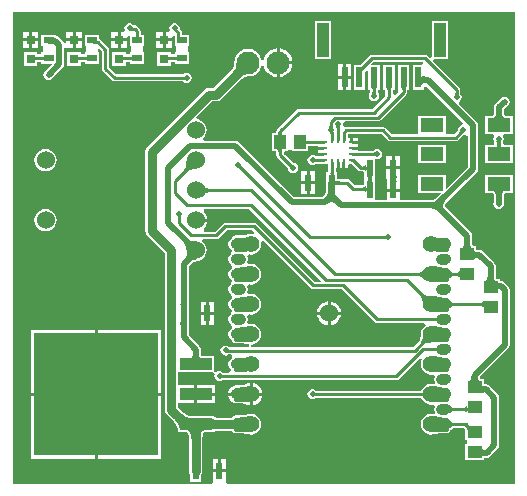
<source format=gtl>
G04*
G04 #@! TF.GenerationSoftware,Altium Limited,Altium Designer,25.8.1 (18)*
G04*
G04 Layer_Physical_Order=1*
G04 Layer_Color=255*
%FSLAX25Y25*%
%MOIN*%
G70*
G04*
G04 #@! TF.SameCoordinates,67F45A81-E337-433C-A550-62EA9ADE51A4*
G04*
G04*
G04 #@! TF.FilePolarity,Positive*
G04*
G01*
G75*
%ADD12C,0.02000*%
%ADD19R,0.03150X0.03150*%
%ADD20R,0.07700X0.04700*%
%ADD21R,0.03500X0.02400*%
%ADD22R,0.02400X0.06700*%
%ADD23R,0.02441X0.05787*%
%ADD24R,0.04000X0.04700*%
%ADD25R,0.04700X0.04000*%
%ADD26C,0.01000*%
%ADD35R,0.00984X0.01870*%
%ADD36R,0.01870X0.00984*%
%ADD37R,0.41200X0.41000*%
%ADD38R,0.10600X0.04000*%
%ADD39R,0.03900X0.11200*%
%ADD40C,0.03000*%
%ADD41C,0.03543*%
%ADD42C,0.05512*%
%ADD43C,0.06000*%
%ADD44C,0.07677*%
%ADD45C,0.02000*%
G36*
X268480Y102520D02*
X172672D01*
X172158Y103106D01*
X172158Y103320D01*
Y106500D01*
X169937D01*
X167717D01*
Y103320D01*
X167717Y103106D01*
X167202Y102520D01*
X101020D01*
Y259981D01*
X268480D01*
Y102520D01*
D02*
G37*
%LPC*%
G36*
X124075Y253224D02*
X122000D01*
Y251150D01*
X124075D01*
Y253224D01*
D02*
G37*
G36*
X109575D02*
X107500D01*
Y251150D01*
X109575D01*
Y253224D01*
D02*
G37*
G36*
X151000D02*
X148925D01*
Y251150D01*
X151000D01*
Y253224D01*
D02*
G37*
G36*
X136000D02*
X133925D01*
Y251150D01*
X136000D01*
Y253224D01*
D02*
G37*
G36*
X121000D02*
X118925D01*
Y251150D01*
X121000D01*
Y253224D01*
D02*
G37*
G36*
X106500D02*
X104425D01*
Y251150D01*
X106500D01*
Y253224D01*
D02*
G37*
G36*
X154075Y250150D02*
X152000D01*
Y248075D01*
X154075D01*
Y250150D01*
D02*
G37*
G36*
X151000D02*
X148925D01*
Y248075D01*
X151000D01*
Y250150D01*
D02*
G37*
G36*
X139075D02*
X137000D01*
Y248075D01*
X139075D01*
Y250150D01*
D02*
G37*
G36*
X136000D02*
X133925D01*
Y248075D01*
X136000D01*
Y250150D01*
D02*
G37*
G36*
X124075D02*
X122000D01*
Y248075D01*
X124075D01*
Y250150D01*
D02*
G37*
G36*
X109575D02*
X107500D01*
Y248075D01*
X109575D01*
Y250150D01*
D02*
G37*
G36*
X106500D02*
X104425D01*
Y248075D01*
X106500D01*
Y250150D01*
D02*
G37*
G36*
X155000Y256233D02*
X154337Y256101D01*
X153774Y255726D01*
X153399Y255163D01*
X153267Y254500D01*
X153361Y254024D01*
X153034Y253434D01*
X152846Y253224D01*
X152000D01*
Y251150D01*
X154075D01*
Y251547D01*
X154875Y251943D01*
X155026Y251828D01*
Y251150D01*
X155050Y251032D01*
Y248550D01*
X155534D01*
Y246450D01*
X155050D01*
Y245774D01*
X153775D01*
Y246625D01*
X149225D01*
Y242076D01*
X153775D01*
Y243326D01*
X155050D01*
Y242650D01*
X159950D01*
Y246450D01*
X159467D01*
Y248550D01*
X159950D01*
Y252350D01*
X157474D01*
Y252979D01*
X157380Y253448D01*
X157115Y253844D01*
X156688Y254272D01*
X156733Y254500D01*
X156601Y255163D01*
X156226Y255726D01*
X155663Y256101D01*
X155000Y256233D01*
D02*
G37*
G36*
X140000D02*
X139337Y256101D01*
X138774Y255726D01*
X138399Y255163D01*
X138267Y254500D01*
X138361Y254024D01*
X138034Y253434D01*
X137846Y253224D01*
X137000D01*
Y251150D01*
X139075D01*
Y251506D01*
X139875Y252067D01*
X139892Y252061D01*
X140050Y251920D01*
Y248550D01*
X140533D01*
Y246450D01*
X140050D01*
Y245774D01*
X138775D01*
Y246625D01*
X134225D01*
Y242076D01*
X138775D01*
Y243326D01*
X140050D01*
Y242650D01*
X144950D01*
Y246450D01*
X144466D01*
Y248550D01*
X144950D01*
Y252350D01*
X143723D01*
Y253500D01*
X143630Y253968D01*
X143365Y254365D01*
X142557Y255174D01*
X142159Y255439D01*
X141691Y255532D01*
X141355D01*
X141226Y255726D01*
X140663Y256101D01*
X140000Y256233D01*
D02*
G37*
G36*
X115450Y252350D02*
X110550D01*
Y248550D01*
X111033D01*
Y246450D01*
X110550D01*
Y245774D01*
X109275D01*
Y246625D01*
X104725D01*
Y242076D01*
X109275D01*
Y243326D01*
X110550D01*
Y242650D01*
X114199D01*
X111774Y240226D01*
X111399Y239663D01*
X111267Y239000D01*
X111399Y238337D01*
X111774Y237774D01*
X112337Y237399D01*
X113000Y237267D01*
X113663Y237399D01*
X114226Y237774D01*
X117676Y241224D01*
X118051Y241787D01*
X118183Y242450D01*
Y247935D01*
X118925Y248075D01*
X118983Y248075D01*
X121000D01*
Y250150D01*
X118925D01*
Y249418D01*
X118125Y249339D01*
X118051Y249710D01*
X117676Y250273D01*
X116473Y251476D01*
X115910Y251851D01*
X115450Y251943D01*
Y252350D01*
D02*
G37*
G36*
X246237Y257014D02*
X240937D01*
X240937Y245002D01*
Y244948D01*
Y244948D01*
X240937Y244925D01*
X240844Y244887D01*
X240137Y244594D01*
X239365Y245365D01*
X238968Y245630D01*
X238500Y245724D01*
X220853D01*
X220385Y245630D01*
X219988Y245365D01*
X217135Y242513D01*
X217078Y242464D01*
X216973Y242385D01*
X216874Y242321D01*
X216780Y242269D01*
X216693Y242230D01*
X216611Y242201D01*
X216535Y242182D01*
X216462Y242172D01*
X216356Y242166D01*
X216353Y242165D01*
X214718D01*
Y234065D01*
X218518D01*
Y239346D01*
X218519Y239480D01*
X218521Y239584D01*
X218523Y239609D01*
X218526Y239638D01*
X218544Y239762D01*
X218565Y239889D01*
X218599Y240078D01*
X218695Y240152D01*
X219275Y240295D01*
X219347Y240291D01*
X219386Y240281D01*
X219412Y240271D01*
X219463Y240244D01*
X219639Y240085D01*
Y234065D01*
X220288D01*
X220291Y234048D01*
X220296Y233991D01*
Y233294D01*
X220294Y233275D01*
X220287Y233234D01*
X220274Y233226D01*
X219899Y232663D01*
X219767Y232000D01*
X219899Y231337D01*
X220274Y230774D01*
X220837Y230399D01*
X221500Y230267D01*
X222163Y230399D01*
X222726Y230774D01*
X223101Y231337D01*
X223233Y232000D01*
X223101Y232663D01*
X222757Y233179D01*
X222752Y233200D01*
X222746Y233237D01*
X222743Y233277D01*
Y233991D01*
X222748Y234048D01*
X222751Y234065D01*
X223439D01*
Y242165D01*
X220248D01*
X221359Y243277D01*
X237673D01*
X237897Y242965D01*
X237487Y242165D01*
X234403D01*
Y234065D01*
X236336D01*
X236503Y234032D01*
X236671Y234065D01*
X237856D01*
Y234065D01*
X238203D01*
X238203Y234721D01*
X238224Y234905D01*
X238974Y235215D01*
X239166Y235064D01*
X251252Y222979D01*
X251245Y222878D01*
X250936Y222163D01*
X250537Y222083D01*
X249974Y221707D01*
X249599Y221145D01*
X249469Y220495D01*
X249468Y220494D01*
X249447Y220464D01*
X249420Y220432D01*
X248212Y219223D01*
X246199D01*
X245428Y219292D01*
X245428Y220023D01*
Y225393D01*
X236328D01*
X236328Y219292D01*
X235557Y219223D01*
X227392D01*
X225251Y221365D01*
X224853Y221630D01*
X224385Y221724D01*
X212271D01*
X211860Y221642D01*
X211591Y221810D01*
X211167Y222168D01*
X211233Y222500D01*
X211198Y222676D01*
X211781Y223477D01*
X222816D01*
X223285Y223570D01*
X223682Y223835D01*
X232247Y232400D01*
X232512Y232797D01*
X232605Y233265D01*
Y233991D01*
X232610Y234048D01*
X232613Y234065D01*
X233282D01*
Y242165D01*
X229482D01*
X229482Y234065D01*
D01*
X229652Y233265D01*
X229593Y233207D01*
X228484Y232098D01*
X227684Y232429D01*
Y233991D01*
X227689Y234048D01*
X227692Y234065D01*
X228361D01*
Y242165D01*
X224561D01*
Y234065D01*
X225229D01*
X225232Y234048D01*
X225237Y233991D01*
Y231967D01*
X220893Y227624D01*
X196400D01*
X195932Y227530D01*
X195535Y227265D01*
X189285Y221015D01*
X189020Y220618D01*
X188926Y220150D01*
Y219625D01*
X188921Y219568D01*
X188918Y219550D01*
X187450D01*
Y213450D01*
X188919D01*
X188921Y213433D01*
X188926Y213375D01*
Y212350D01*
X189020Y211882D01*
X189285Y211485D01*
X192730Y208040D01*
X192742Y208025D01*
X192769Y207988D01*
X192769Y207987D01*
X192899Y207337D01*
X193274Y206774D01*
X193837Y206399D01*
X194500Y206267D01*
X195163Y206399D01*
X195726Y206774D01*
X196101Y207337D01*
X196233Y208000D01*
X196101Y208663D01*
X195726Y209226D01*
X195163Y209601D01*
X194513Y209731D01*
X194512Y209732D01*
X194482Y209753D01*
X194450Y209780D01*
X191936Y212294D01*
X191580Y212650D01*
X191863Y213423D01*
X192148Y213450D01*
X192850Y213450D01*
Y213686D01*
X192850D01*
Y213933D01*
X194150D01*
Y213450D01*
X199550D01*
Y215221D01*
X199567Y215224D01*
X199625Y215229D01*
X202988D01*
Y214984D01*
X204923D01*
Y213984D01*
X202988D01*
Y213016D01*
X204923D01*
Y212016D01*
X202988D01*
Y211914D01*
X202222Y211766D01*
X202183Y211772D01*
X202148Y211779D01*
X202143Y211781D01*
X201663Y212101D01*
X201000Y212233D01*
X200337Y212101D01*
X199774Y211726D01*
X199399Y211163D01*
X199267Y210500D01*
X199399Y209837D01*
X199774Y209274D01*
X200337Y208899D01*
X201000Y208767D01*
X201663Y208899D01*
X202226Y209274D01*
X202247Y209307D01*
X202279Y209312D01*
X202323Y209316D01*
X204915D01*
X205113Y209355D01*
X206300D01*
Y206668D01*
X206295Y206611D01*
X206292Y206594D01*
X205453D01*
Y200281D01*
X205436Y200187D01*
X205352Y199885D01*
X205245Y199593D01*
X205114Y199311D01*
X204959Y199037D01*
X204779Y198772D01*
X204611Y198563D01*
X204282Y198233D01*
X194718D01*
X176526Y216426D01*
X175963Y216801D01*
X175300Y216933D01*
X165235D01*
X164605Y217343D01*
X164479Y217714D01*
X164639Y217861D01*
X165232Y218634D01*
X165605Y219534D01*
X165732Y220500D01*
X165605Y221466D01*
X165232Y222366D01*
X164639Y223139D01*
X163866Y223732D01*
X162966Y224105D01*
X162602Y224153D01*
X162316Y224997D01*
X167455Y230136D01*
X168879D01*
X169738Y230307D01*
X170466Y230793D01*
X177329Y237656D01*
X177425Y237736D01*
X177670Y237909D01*
X177917Y238057D01*
X178164Y238180D01*
X178414Y238279D01*
X178666Y238355D01*
X178923Y238408D01*
X179185Y238439D01*
X179338Y238444D01*
X179500Y238422D01*
X180685Y238578D01*
X181789Y239036D01*
X182737Y239763D01*
X183464Y240711D01*
X183922Y241815D01*
X183945Y241994D01*
X184752D01*
X184786Y241737D01*
X185274Y240560D01*
X186049Y239549D01*
X187060Y238773D01*
X188237Y238286D01*
X189000Y238186D01*
Y243000D01*
Y247814D01*
X188237Y247714D01*
X187060Y247227D01*
X186049Y246451D01*
X185274Y245440D01*
X184786Y244263D01*
X184752Y244006D01*
X183945D01*
X183922Y244185D01*
X183464Y245289D01*
X182737Y246237D01*
X181789Y246964D01*
X180685Y247422D01*
X179500Y247578D01*
X178315Y247422D01*
X177211Y246964D01*
X176263Y246237D01*
X175536Y245289D01*
X175078Y244185D01*
X174922Y243000D01*
X174944Y242838D01*
X174939Y242685D01*
X174908Y242423D01*
X174855Y242166D01*
X174779Y241914D01*
X174680Y241664D01*
X174557Y241417D01*
X174409Y241170D01*
X174236Y240925D01*
X174156Y240828D01*
X167950Y234623D01*
X166526D01*
X165667Y234452D01*
X164939Y233966D01*
X145914Y214940D01*
X145428Y214212D01*
X145257Y213354D01*
Y187000D01*
X145428Y186142D01*
X145914Y185414D01*
X151707Y179621D01*
Y127350D01*
X151878Y126492D01*
X152364Y125764D01*
X154720Y123408D01*
X154902Y123198D01*
X155195Y122820D01*
X155444Y122453D01*
X155651Y122098D01*
X155817Y121756D01*
X155942Y121426D01*
X156029Y121110D01*
X156067Y120889D01*
X156100Y120103D01*
X156100Y120103D01*
X156100Y119800D01*
X156788Y119799D01*
X156796Y119800D01*
X156849D01*
X156852Y119799D01*
X156854Y119800D01*
X156900Y119800D01*
X159114D01*
X159185Y119792D01*
X159277Y119758D01*
X159360Y119703D01*
X159450Y119605D01*
X159549Y119443D01*
X159645Y119206D01*
X159730Y118892D01*
X159794Y118502D01*
X159820Y118214D01*
Y107000D01*
X159991Y106142D01*
X160143Y105914D01*
Y103406D01*
X163984D01*
Y105914D01*
X164135Y106142D01*
X164306Y107000D01*
Y118214D01*
X164331Y118502D01*
X164396Y118892D01*
X164481Y119206D01*
X164577Y119443D01*
X164676Y119605D01*
X164766Y119703D01*
X164849Y119758D01*
X164942Y119792D01*
X165013Y119800D01*
X167300D01*
X167379Y119800D01*
X167388Y119798D01*
X168100Y119800D01*
Y120007D01*
X168816Y120210D01*
X169491Y120257D01*
X174169D01*
X174170Y120253D01*
X174435Y119856D01*
X174832Y119591D01*
X175300Y119498D01*
X177086D01*
X177181Y119493D01*
X179423Y119178D01*
X179553Y119152D01*
X179598Y119133D01*
X179733Y119115D01*
X179797Y119102D01*
X179819Y119102D01*
X179839Y119095D01*
X179872Y119097D01*
X180500Y119014D01*
X181402Y119133D01*
X182243Y119481D01*
X182965Y120035D01*
X183519Y120757D01*
X183867Y121598D01*
X183986Y122500D01*
X183867Y123402D01*
X183519Y124243D01*
X182965Y124965D01*
X182243Y125519D01*
X181402Y125867D01*
X180500Y125986D01*
X179872Y125903D01*
X179839Y125905D01*
X179825Y125900D01*
X179811Y125900D01*
X179704Y125881D01*
X179598Y125867D01*
X179575Y125857D01*
X178349Y125635D01*
X177747Y125556D01*
X177034Y125502D01*
X175300D01*
X174832Y125409D01*
X174435Y125144D01*
X174170Y124747D01*
X174169Y124743D01*
X169191D01*
X168808Y124770D01*
X168100Y124993D01*
X168100Y125200D01*
X167388Y125202D01*
X167379Y125200D01*
X167300Y125200D01*
X160889D01*
X160705Y125210D01*
X160349Y125265D01*
X159989Y125357D01*
X159624Y125486D01*
X159254Y125654D01*
X158877Y125862D01*
X158494Y126111D01*
X158107Y126403D01*
X157858Y126614D01*
X156193Y128279D01*
Y129500D01*
X161600D01*
Y132500D01*
Y135500D01*
X156193D01*
Y139800D01*
X167447D01*
X167862Y139800D01*
X168217Y139379D01*
X168390Y139120D01*
X168267Y138500D01*
X168399Y137837D01*
X168774Y137274D01*
X169337Y136899D01*
X170000Y136767D01*
X170663Y136899D01*
X171226Y137274D01*
X171227Y137276D01*
X228904D01*
X229372Y137370D01*
X229769Y137635D01*
X236840Y144706D01*
X237481Y144243D01*
X237133Y143402D01*
X237014Y142500D01*
X237133Y141598D01*
X237481Y140757D01*
X238035Y140035D01*
X238757Y139481D01*
X239598Y139133D01*
X240500Y139014D01*
X241128Y139097D01*
X241161Y139095D01*
X241175Y139100D01*
X241189Y139100D01*
X241530Y138818D01*
X241597Y138732D01*
X241745Y138429D01*
X241715Y138321D01*
X241676Y138216D01*
X241595Y137706D01*
X241597Y137650D01*
X241586Y137594D01*
Y137390D01*
X241608Y137280D01*
X241621Y137169D01*
X241807Y136598D01*
X241753Y136416D01*
X241693Y136305D01*
X241382Y135998D01*
X241253Y135905D01*
X241226Y135893D01*
X241203Y135898D01*
X241181Y135898D01*
X241161Y135905D01*
X241128Y135903D01*
X240500Y135986D01*
X239598Y135867D01*
X238757Y135519D01*
X238035Y134965D01*
X237481Y134243D01*
X237266Y133723D01*
X202227D01*
X202226Y133726D01*
X201663Y134101D01*
X201000Y134233D01*
X200337Y134101D01*
X199774Y133726D01*
X199399Y133163D01*
X199267Y132500D01*
X199399Y131837D01*
X199774Y131274D01*
X200337Y130899D01*
X201000Y130767D01*
X201663Y130899D01*
X202226Y131274D01*
X202227Y131277D01*
X237266D01*
X237481Y130757D01*
X238035Y130035D01*
X238757Y129481D01*
X239598Y129133D01*
X240500Y129014D01*
X241128Y129097D01*
X241161Y129095D01*
X241175Y129100D01*
X241189Y129100D01*
X241530Y128818D01*
X241597Y128732D01*
X241745Y128429D01*
X241715Y128321D01*
X241676Y128217D01*
X241595Y127706D01*
X241597Y127650D01*
X241586Y127594D01*
Y127390D01*
X241608Y127280D01*
X241621Y127169D01*
X241807Y126598D01*
X241753Y126416D01*
X241693Y126305D01*
X241382Y125998D01*
X241253Y125905D01*
X241226Y125893D01*
X241203Y125898D01*
X241181Y125898D01*
X241161Y125905D01*
X241128Y125903D01*
X240500Y125986D01*
X239598Y125867D01*
X238757Y125519D01*
X238035Y124965D01*
X237481Y124243D01*
X237133Y123402D01*
X237014Y122500D01*
X237133Y121598D01*
X237481Y120757D01*
X238035Y120035D01*
X238757Y119481D01*
X239598Y119133D01*
X240500Y119014D01*
X241128Y119097D01*
X241161Y119095D01*
X241175Y119100D01*
X241189Y119100D01*
X241296Y119119D01*
X241402Y119133D01*
X241425Y119142D01*
X242651Y119365D01*
X243253Y119444D01*
X243966Y119498D01*
X245700D01*
X246168Y119591D01*
X246565Y119856D01*
X246830Y120253D01*
X246868Y120441D01*
X247282Y120718D01*
X247374Y120855D01*
X247392Y120873D01*
X247505Y120970D01*
X247614Y121052D01*
X247719Y121120D01*
X247818Y121174D01*
X247913Y121216D01*
X248004Y121248D01*
X248092Y121269D01*
X248144Y121276D01*
X251493D01*
X251619Y121151D01*
X251659Y121105D01*
X251740Y121000D01*
X251807Y120903D01*
X251860Y120813D01*
X251900Y120733D01*
X251928Y120661D01*
X251946Y120600D01*
X251950Y120578D01*
Y117150D01*
X252433D01*
Y115850D01*
X251950D01*
Y110450D01*
X258050D01*
Y111180D01*
X258122Y111204D01*
X258263Y111234D01*
X258589Y111267D01*
X259000D01*
X259663Y111399D01*
X260226Y111774D01*
X262726Y114274D01*
X263101Y114837D01*
X263233Y115500D01*
Y131409D01*
X263101Y132072D01*
X262726Y132635D01*
X260051Y135309D01*
X259489Y135685D01*
X258826Y135817D01*
X258328D01*
X258167Y135834D01*
X258050Y135855D01*
Y137550D01*
X256969D01*
X256968Y137550D01*
X256960Y137556D01*
X256933Y137584D01*
X256890Y137657D01*
X256838Y137784D01*
X256788Y137968D01*
X256749Y138208D01*
X256741Y138290D01*
X266226Y147774D01*
X266601Y148337D01*
X266733Y149000D01*
X266733Y149000D01*
Y167328D01*
X266601Y167992D01*
X266226Y168554D01*
X265054Y169726D01*
X264492Y170101D01*
X263828Y170233D01*
X263550D01*
Y171050D01*
X262316D01*
X262315Y171051D01*
X262307Y171056D01*
X262281Y171084D01*
X262237Y171157D01*
X262185Y171284D01*
X262135Y171468D01*
X262096Y171708D01*
X262080Y171880D01*
Y175153D01*
X261948Y175816D01*
X261573Y176379D01*
X257847Y180104D01*
X257285Y180480D01*
X256621Y180612D01*
X256158D01*
X256058Y180620D01*
X255844Y180651D01*
X255681Y180690D01*
X255570Y180729D01*
X255550Y180740D01*
Y182050D01*
X254469D01*
X254468Y182051D01*
X254460Y182056D01*
X254433Y182084D01*
X254390Y182157D01*
X254338Y182284D01*
X254288Y182468D01*
X254248Y182708D01*
X254233Y182880D01*
Y185325D01*
X254233Y185325D01*
X254101Y185988D01*
X253726Y186550D01*
X245449Y194827D01*
X245315Y195018D01*
X245225Y195198D01*
X245178Y195357D01*
X245163Y195500D01*
X245178Y195643D01*
X245225Y195802D01*
X245315Y195982D01*
X245449Y196173D01*
X255726Y206450D01*
X256101Y207012D01*
X256233Y207675D01*
Y222182D01*
X256101Y222845D01*
X255726Y223407D01*
X249934Y229199D01*
X250084Y230180D01*
X250226Y230274D01*
X250601Y230837D01*
X250733Y231500D01*
X250601Y232163D01*
X250233Y232714D01*
X250233Y232716D01*
X250227Y232752D01*
X250223Y232793D01*
Y234000D01*
X250130Y234468D01*
X249865Y234865D01*
X241116Y243614D01*
X241448Y244414D01*
X241471Y244414D01*
X241471Y244414D01*
X241525Y244414D01*
X246237D01*
Y257014D01*
D02*
G37*
G36*
X207063D02*
X201763D01*
Y244414D01*
X207063D01*
Y257014D01*
D02*
G37*
G36*
X190000Y247814D02*
Y243500D01*
X194315D01*
X194214Y244263D01*
X193727Y245440D01*
X192951Y246451D01*
X191940Y247227D01*
X190763Y247714D01*
X190000Y247814D01*
D02*
G37*
G36*
X213897Y242465D02*
X212197D01*
Y238615D01*
X213897D01*
Y242465D01*
D02*
G37*
G36*
X211197D02*
X209497D01*
Y238615D01*
X211197D01*
Y242465D01*
D02*
G37*
G36*
X194315Y242500D02*
X190000D01*
Y238186D01*
X190763Y238286D01*
X191940Y238773D01*
X192951Y239549D01*
X193727Y240560D01*
X194214Y241737D01*
X194315Y242500D01*
D02*
G37*
G36*
X129950Y252350D02*
X125050D01*
Y248550D01*
X125533D01*
Y246450D01*
X125050D01*
Y245774D01*
X123775D01*
Y246625D01*
X119225D01*
Y242076D01*
X123775D01*
Y243326D01*
X125050D01*
Y242650D01*
X129950D01*
Y246450D01*
X129466D01*
Y248093D01*
X130761Y246799D01*
Y241016D01*
X130854Y240548D01*
X131119Y240151D01*
X134135Y237135D01*
X134532Y236870D01*
X135000Y236776D01*
X157773D01*
X157774Y236774D01*
X158337Y236399D01*
X159000Y236267D01*
X159663Y236399D01*
X160226Y236774D01*
X160601Y237337D01*
X160733Y238000D01*
X160601Y238663D01*
X160226Y239226D01*
X159663Y239601D01*
X159000Y239733D01*
X158337Y239601D01*
X157774Y239226D01*
X157773Y239224D01*
X135507D01*
X133208Y241523D01*
Y247306D01*
X133114Y247774D01*
X132849Y248171D01*
X130405Y250615D01*
X130008Y250880D01*
X129950Y250892D01*
Y252350D01*
D02*
G37*
G36*
X213897Y237615D02*
X212197D01*
Y233765D01*
X213897D01*
Y237615D01*
D02*
G37*
G36*
X211197D02*
X209497D01*
Y233765D01*
X211197D01*
Y237615D01*
D02*
G37*
G36*
X265000Y231733D02*
X264337Y231601D01*
X263774Y231226D01*
X261896Y229348D01*
X261521Y228785D01*
X261389Y228122D01*
Y226223D01*
X261373Y226051D01*
X261334Y225812D01*
X261284Y225629D01*
X261233Y225504D01*
X261190Y225434D01*
X261166Y225408D01*
X261160Y225404D01*
X261154Y225401D01*
X261068Y225393D01*
X258572D01*
Y219292D01*
X261264D01*
X261316Y219235D01*
X261619Y218493D01*
X261399Y218163D01*
X261267Y217500D01*
X261396Y216850D01*
X261396Y216850D01*
X261399Y216837D01*
X261399Y216837D01*
X261452Y216747D01*
X261615Y216112D01*
X261556Y215941D01*
X261006Y215550D01*
X261002Y215550D01*
X258572D01*
Y209450D01*
X267672D01*
Y215550D01*
X265028D01*
X264440Y215902D01*
X264392Y216059D01*
X264500Y216665D01*
X264601Y216837D01*
X264601Y216837D01*
X264606Y216863D01*
X264606Y216863D01*
X264733Y217500D01*
X264601Y218163D01*
X264381Y218493D01*
X264684Y219235D01*
X264736Y219292D01*
X267672D01*
Y225393D01*
X265176D01*
X265090Y225401D01*
X265084Y225404D01*
X265078Y225408D01*
X265054Y225434D01*
X265011Y225504D01*
X264960Y225629D01*
X264910Y225812D01*
X264871Y226051D01*
X264855Y226223D01*
Y227404D01*
X266226Y228774D01*
X266601Y229337D01*
X266733Y230000D01*
X266601Y230663D01*
X266226Y231226D01*
X265663Y231601D01*
X265000Y231733D01*
D02*
G37*
G36*
X112000Y214232D02*
X111034Y214105D01*
X110134Y213732D01*
X109361Y213139D01*
X108768Y212366D01*
X108395Y211466D01*
X108268Y210500D01*
X108395Y209534D01*
X108768Y208634D01*
X109361Y207861D01*
X110134Y207268D01*
X111034Y206895D01*
X112000Y206768D01*
X112966Y206895D01*
X113866Y207268D01*
X114639Y207861D01*
X115232Y208634D01*
X115605Y209534D01*
X115732Y210500D01*
X115605Y211466D01*
X115232Y212366D01*
X114639Y213139D01*
X113866Y213732D01*
X112966Y214105D01*
X112000Y214232D01*
D02*
G37*
G36*
X201720Y206894D02*
X200000D01*
Y203500D01*
X201720D01*
Y206894D01*
D02*
G37*
G36*
X199000D02*
X197280D01*
Y203500D01*
X199000D01*
Y206894D01*
D02*
G37*
G36*
X201720Y202500D02*
X200000D01*
Y199106D01*
X201720D01*
Y202500D01*
D02*
G37*
G36*
X199000D02*
X197280D01*
Y199106D01*
X199000D01*
Y202500D01*
D02*
G37*
G36*
X267672Y205708D02*
X258572D01*
Y199608D01*
X261153D01*
X261154Y199607D01*
X261162Y199601D01*
X261189Y199573D01*
X261232Y199501D01*
X261284Y199373D01*
X261334Y199189D01*
X261373Y198950D01*
X261389Y198777D01*
Y196614D01*
X261267Y196000D01*
X261399Y195337D01*
X261774Y194774D01*
X262337Y194399D01*
X263000Y194267D01*
X263663Y194399D01*
X264226Y194774D01*
X264348Y194896D01*
X264348Y194896D01*
X264723Y195459D01*
X264855Y196122D01*
Y198777D01*
X264871Y198950D01*
X264910Y199189D01*
X264960Y199373D01*
X265012Y199501D01*
X265056Y199573D01*
X265082Y199601D01*
X265090Y199607D01*
X265091Y199608D01*
X267672D01*
Y205708D01*
D02*
G37*
G36*
X112000Y194232D02*
X111034Y194105D01*
X110134Y193732D01*
X109361Y193139D01*
X108768Y192366D01*
X108395Y191466D01*
X108268Y190500D01*
X108395Y189534D01*
X108768Y188634D01*
X109361Y187861D01*
X110134Y187268D01*
X111034Y186895D01*
X112000Y186768D01*
X112966Y186895D01*
X113866Y187268D01*
X114639Y187861D01*
X115232Y188634D01*
X115605Y189534D01*
X115732Y190500D01*
X115605Y191466D01*
X115232Y192366D01*
X114639Y193139D01*
X113866Y193732D01*
X112966Y194105D01*
X112000Y194232D01*
D02*
G37*
G36*
X168400Y135500D02*
X162600D01*
Y133000D01*
X168400D01*
Y135500D01*
D02*
G37*
G36*
X150500Y154000D02*
X129400D01*
Y133000D01*
X150500D01*
Y154000D01*
D02*
G37*
G36*
X181000Y136223D02*
Y133000D01*
X184222D01*
X184159Y133481D01*
X183781Y134394D01*
X183179Y135179D01*
X182394Y135781D01*
X181481Y136159D01*
X181000Y136223D01*
D02*
G37*
G36*
X128400Y154000D02*
X107300D01*
Y133000D01*
X128400D01*
Y154000D01*
D02*
G37*
G36*
X180000Y136223D02*
X179519Y136159D01*
X178606Y135781D01*
X178437Y135651D01*
X178349Y135635D01*
X177747Y135556D01*
X177034Y135502D01*
X175300D01*
X174832Y135409D01*
X174435Y135144D01*
X174356Y135026D01*
X174102Y134921D01*
X173523Y134477D01*
X173079Y133898D01*
X172800Y133224D01*
X172770Y133000D01*
X175300D01*
Y134279D01*
X176573D01*
X176741Y134779D01*
X176986Y134783D01*
X177820Y134846D01*
X178460Y134930D01*
X179938Y135198D01*
X178700Y133555D01*
Y131445D01*
X179938Y129802D01*
X179544Y129882D01*
X177248Y130204D01*
X176986Y130217D01*
X176741Y130221D01*
X176573Y130721D01*
X175300D01*
Y132000D01*
X172770D01*
X172800Y131776D01*
X173079Y131102D01*
X173523Y130523D01*
X174102Y130079D01*
X174356Y129974D01*
X174435Y129856D01*
X174832Y129591D01*
X175300Y129498D01*
X177086D01*
X177181Y129493D01*
X178489Y129309D01*
X178606Y129219D01*
X179519Y128841D01*
X180000Y128778D01*
Y132500D01*
Y136223D01*
D02*
G37*
G36*
X168400Y132000D02*
X162600D01*
Y129500D01*
X168400D01*
Y132000D01*
D02*
G37*
G36*
X184222D02*
X181000D01*
Y128778D01*
X181481Y128841D01*
X182394Y129219D01*
X183179Y129821D01*
X183781Y130606D01*
X184159Y131519D01*
X184222Y132000D01*
D02*
G37*
G36*
X150500D02*
X129400D01*
Y111000D01*
X150500D01*
Y132000D01*
D02*
G37*
G36*
X128400D02*
X107300D01*
Y111000D01*
X128400D01*
Y132000D01*
D02*
G37*
G36*
X172158Y110894D02*
X170437D01*
Y107500D01*
X172158D01*
Y110894D01*
D02*
G37*
G36*
X169437D02*
X167717D01*
Y107500D01*
X169437D01*
Y110894D01*
D02*
G37*
%LPD*%
G36*
X218513Y241453D02*
X218379Y241312D01*
X218259Y241171D01*
X218153Y241029D01*
X218061Y240888D01*
X217983Y240746D01*
X217919Y240605D01*
X217870Y240463D01*
X217834Y240322D01*
X217813Y240181D01*
X217806Y240039D01*
X216392Y241453D01*
X216533Y241460D01*
X216675Y241482D01*
X216816Y241517D01*
X216958Y241566D01*
X217099Y241630D01*
X217240Y241708D01*
X217382Y241800D01*
X217523Y241906D01*
X217665Y242026D01*
X217806Y242161D01*
X218513Y241453D01*
D02*
G37*
G36*
X179462Y239162D02*
X179132Y239151D01*
X178809Y239113D01*
X178491Y239047D01*
X178179Y238954D01*
X177874Y238833D01*
X177574Y238684D01*
X177280Y238507D01*
X176992Y238303D01*
X176710Y238072D01*
X176434Y237812D01*
X174312Y239934D01*
X174572Y240210D01*
X174803Y240492D01*
X175007Y240780D01*
X175184Y241074D01*
X175333Y241374D01*
X175454Y241679D01*
X175547Y241991D01*
X175613Y242309D01*
X175651Y242632D01*
X175662Y242962D01*
X179462Y239162D01*
D02*
G37*
G36*
X237500Y239031D02*
X237557Y238888D01*
X237651Y238762D01*
X237781Y238653D01*
X237948Y238560D01*
X238152Y238485D01*
X238392Y238426D01*
X238668Y238384D01*
X238982Y238358D01*
X239332Y238350D01*
Y236350D01*
X238982Y236342D01*
X238668Y236316D01*
X238392Y236274D01*
X238152Y236216D01*
X237948Y236140D01*
X237781Y236048D01*
X237651Y235938D01*
X237557Y235812D01*
X237500Y235669D01*
X237479Y235510D01*
Y239191D01*
X237500Y239031D01*
D02*
G37*
G36*
X232287Y234777D02*
X232202Y234745D01*
X232127Y234693D01*
X232062Y234622D01*
X232007Y234530D01*
X231962Y234419D01*
X231927Y234288D01*
X231902Y234138D01*
X231887Y233967D01*
X231882Y233777D01*
X230882D01*
X230877Y233967D01*
X230862Y234138D01*
X230837Y234288D01*
X230802Y234419D01*
X230757Y234530D01*
X230702Y234622D01*
X230637Y234693D01*
X230562Y234745D01*
X230477Y234777D01*
X230382Y234789D01*
X232382D01*
X232287Y234777D01*
D02*
G37*
G36*
X227366D02*
X227281Y234745D01*
X227206Y234693D01*
X227141Y234622D01*
X227086Y234530D01*
X227041Y234419D01*
X227006Y234288D01*
X226981Y234138D01*
X226966Y233967D01*
X226961Y233777D01*
X225961D01*
X225956Y233967D01*
X225941Y234138D01*
X225916Y234288D01*
X225881Y234419D01*
X225836Y234530D01*
X225781Y234622D01*
X225716Y234693D01*
X225641Y234745D01*
X225556Y234777D01*
X225461Y234789D01*
X227461D01*
X227366Y234777D01*
D02*
G37*
G36*
X222425D02*
X222340Y234745D01*
X222265Y234693D01*
X222200Y234622D01*
X222145Y234530D01*
X222100Y234419D01*
X222065Y234288D01*
X222040Y234138D01*
X222025Y233967D01*
X222020Y233777D01*
X221020D01*
X221015Y233967D01*
X221000Y234138D01*
X220975Y234288D01*
X220940Y234419D01*
X220895Y234530D01*
X220840Y234622D01*
X220775Y234693D01*
X220700Y234745D01*
X220615Y234777D01*
X220520Y234789D01*
X222520D01*
X222425Y234777D01*
D02*
G37*
G36*
X222020Y233454D02*
X222022Y233347D01*
X222037Y233153D01*
X222051Y233067D01*
X222068Y232988D01*
X222090Y232916D01*
X222115Y232851D01*
X222144Y232794D01*
X222177Y232743D01*
X222214Y232700D01*
X220814Y232728D01*
X220853Y232770D01*
X220888Y232820D01*
X220919Y232876D01*
X220946Y232941D01*
X220968Y233012D01*
X220987Y233090D01*
X221001Y233176D01*
X221011Y233269D01*
X221020Y233477D01*
X222020Y233454D01*
D02*
G37*
G36*
X249502Y232858D02*
X249518Y232665D01*
X249532Y232579D01*
X249550Y232500D01*
X249572Y232429D01*
X249598Y232364D01*
X249628Y232307D01*
X249662Y232257D01*
X249700Y232214D01*
X248300D01*
X248338Y232257D01*
X248372Y232307D01*
X248402Y232364D01*
X248428Y232429D01*
X248450Y232500D01*
X248468Y232579D01*
X248482Y232665D01*
X248492Y232758D01*
X248500Y232966D01*
X249500D01*
X249502Y232858D01*
D02*
G37*
G36*
X207502Y221858D02*
X207518Y221665D01*
X207532Y221579D01*
X207550Y221500D01*
X207572Y221428D01*
X207598Y221364D01*
X207628Y221307D01*
X207662Y221257D01*
X207700Y221214D01*
X206300D01*
X206338Y221257D01*
X206372Y221307D01*
X206402Y221364D01*
X206428Y221428D01*
X206450Y221500D01*
X206468Y221579D01*
X206482Y221665D01*
X206492Y221758D01*
X206500Y221966D01*
X207500D01*
X207502Y221858D01*
D02*
G37*
G36*
X210162Y221743D02*
X210128Y221693D01*
X210098Y221636D01*
X210072Y221571D01*
X210050Y221500D01*
X210032Y221421D01*
X210018Y221335D01*
X210008Y221242D01*
X210000Y221034D01*
X209000D01*
X208998Y221142D01*
X208982Y221335D01*
X208968Y221421D01*
X208950Y221500D01*
X208928Y221571D01*
X208902Y221636D01*
X208872Y221693D01*
X208838Y221743D01*
X208800Y221786D01*
X210200D01*
X210162Y221743D01*
D02*
G37*
G36*
X251190Y219482D02*
X251133Y219478D01*
X251074Y219467D01*
X251012Y219448D01*
X250948Y219421D01*
X250882Y219386D01*
X250813Y219343D01*
X250743Y219292D01*
X250670Y219233D01*
X250517Y219092D01*
X249810Y219799D01*
X249885Y219876D01*
X250010Y220024D01*
X250061Y220095D01*
X250104Y220163D01*
X250139Y220230D01*
X250166Y220293D01*
X250185Y220355D01*
X250197Y220415D01*
X250200Y220472D01*
X251190Y219482D01*
D02*
G37*
G36*
X208032Y219053D02*
X207031Y218900D01*
X207029Y219009D01*
X207010Y219196D01*
X206992Y219273D01*
X206970Y219341D01*
X206943Y219398D01*
X206911Y219444D01*
X206875Y219481D01*
X206833Y219507D01*
X206787Y219523D01*
X207957Y220210D01*
X208032Y219053D01*
D02*
G37*
G36*
X190655Y219648D02*
X190670Y219478D01*
X190695Y219328D01*
X190730Y219198D01*
X190775Y219088D01*
X190830Y218998D01*
X190895Y218928D01*
X190970Y218878D01*
X191055Y218848D01*
X191150Y218838D01*
X189150D01*
X189245Y218848D01*
X189330Y218878D01*
X189405Y218928D01*
X189470Y218998D01*
X189525Y219088D01*
X189570Y219198D01*
X189605Y219328D01*
X189630Y219478D01*
X189645Y219648D01*
X189650Y219838D01*
X190650D01*
X190655Y219648D01*
D02*
G37*
G36*
X198838Y217358D02*
X198870Y217273D01*
X198922Y217198D01*
X198994Y217133D01*
X199085Y217078D01*
X199196Y217033D01*
X199327Y216998D01*
X199478Y216973D01*
X199648Y216958D01*
X199838Y216953D01*
Y215953D01*
X199648Y215948D01*
X199478Y215933D01*
X199327Y215908D01*
X199196Y215873D01*
X199085Y215828D01*
X198994Y215773D01*
X198922Y215708D01*
X198870Y215633D01*
X198838Y215548D01*
X198826Y215453D01*
Y217453D01*
X198838Y217358D01*
D02*
G37*
G36*
X191055Y214162D02*
X190970Y214130D01*
X190895Y214078D01*
X190830Y214006D01*
X190775Y213915D01*
X190730Y213804D01*
X190695Y213673D01*
X190670Y213523D01*
X190655Y213352D01*
X190650Y213162D01*
X189650D01*
X189645Y213352D01*
X189630Y213523D01*
X189605Y213673D01*
X189570Y213804D01*
X189525Y213915D01*
X189470Y214006D01*
X189405Y214078D01*
X189330Y214130D01*
X189245Y214162D01*
X189150Y214174D01*
X191150D01*
X191055Y214162D01*
D02*
G37*
G36*
X221780Y211806D02*
X221738Y211844D01*
X221688Y211878D01*
X221631Y211909D01*
X221567Y211935D01*
X221495Y211957D01*
X221416Y211976D01*
X221330Y211990D01*
X221237Y212000D01*
X221029Y212008D01*
X221039Y213008D01*
X221146Y213010D01*
X221340Y213026D01*
X221426Y213039D01*
X221505Y213057D01*
X221576Y213079D01*
X221641Y213105D01*
X221698Y213134D01*
X221748Y213168D01*
X221791Y213206D01*
X221780Y211806D01*
D02*
G37*
G36*
X226020Y217135D02*
X226417Y216870D01*
X226885Y216776D01*
X248718D01*
X249186Y216870D01*
X249583Y217135D01*
X251160Y218712D01*
X251175Y218724D01*
X251212Y218750D01*
X251213Y218751D01*
X251863Y218880D01*
X251967Y218949D01*
X252767Y218522D01*
Y208393D01*
X245428Y201055D01*
Y205708D01*
X236328D01*
Y199608D01*
X243981D01*
X242521Y198147D01*
X242311Y197980D01*
X242046Y197799D01*
X241773Y197644D01*
X241491Y197513D01*
X241199Y197406D01*
X240896Y197323D01*
X240581Y197263D01*
X240314Y197233D01*
X230157D01*
Y200000D01*
X227937D01*
X225716D01*
Y197233D01*
X221984D01*
Y204094D01*
X221984D01*
X221920Y204406D01*
X221920Y204406D01*
Y210882D01*
X222500Y210767D01*
X223163Y210899D01*
X223726Y211274D01*
X224101Y211837D01*
X224233Y212500D01*
X224101Y213163D01*
X223726Y213726D01*
X223163Y214101D01*
X222500Y214233D01*
X221837Y214101D01*
X221300Y213743D01*
X221290Y213741D01*
X221254Y213735D01*
X221213Y213731D01*
X216012D01*
Y213984D01*
X214077D01*
Y214984D01*
X216012D01*
Y215953D01*
X214077D01*
Y216453D01*
X213577D01*
Y217945D01*
X212692D01*
Y219191D01*
X212777Y219276D01*
X223879D01*
X226020Y217135D01*
D02*
G37*
G36*
X201729Y211192D02*
X201780Y211160D01*
X201838Y211132D01*
X201903Y211107D01*
X201975Y211086D01*
X202054Y211069D01*
X202140Y211056D01*
X202334Y211041D01*
X202442Y211039D01*
X202488Y210039D01*
X202380Y210037D01*
X202187Y210020D01*
X202101Y210006D01*
X202023Y209987D01*
X201952Y209963D01*
X201888Y209936D01*
X201832Y209905D01*
X201783Y209869D01*
X201741Y209829D01*
X201686Y211228D01*
X201729Y211192D01*
D02*
G37*
G36*
X215007Y210969D02*
X215028Y210902D01*
X215064Y210827D01*
X215113Y210742D01*
X215177Y210649D01*
X215254Y210547D01*
X215452Y210317D01*
X215707Y210051D01*
X214984Y209360D01*
X214843Y209494D01*
X214701Y209615D01*
X214560Y209721D01*
X214418Y209813D01*
X214277Y209890D01*
X214136Y209954D01*
X213994Y210003D01*
X213853Y210039D01*
X213711Y210060D01*
X213570Y210067D01*
X215000Y211027D01*
X215007Y210969D01*
D02*
G37*
G36*
X193894Y209315D02*
X194043Y209190D01*
X194113Y209139D01*
X194182Y209096D01*
X194248Y209061D01*
X194312Y209034D01*
X194374Y209015D01*
X194433Y209003D01*
X194490Y209000D01*
X193500Y208010D01*
X193497Y208067D01*
X193485Y208126D01*
X193466Y208188D01*
X193439Y208252D01*
X193404Y208318D01*
X193361Y208387D01*
X193310Y208457D01*
X193251Y208530D01*
X193110Y208683D01*
X193817Y209390D01*
X193894Y209315D01*
D02*
G37*
G36*
X211968Y207972D02*
X212961D01*
Y208808D01*
X213528Y209260D01*
X213713Y209338D01*
X213789Y209319D01*
X213871Y209291D01*
X213958Y209251D01*
X214052Y209200D01*
X214151Y209135D01*
X214256Y209057D01*
X214313Y209008D01*
X216186Y207135D01*
X216583Y206870D01*
X217051Y206776D01*
X217643D01*
X218079Y206558D01*
Y204406D01*
X218079D01*
X218143Y204094D01*
X218143Y204094D01*
Y202442D01*
X217706Y202223D01*
X215007D01*
X213365Y203865D01*
X212968Y204130D01*
X212500Y204223D01*
X209654D01*
X209295Y204236D01*
Y206594D01*
X208755D01*
X208752Y206611D01*
X208747Y206668D01*
Y207972D01*
X209000D01*
Y209908D01*
X210000D01*
Y207972D01*
X210968D01*
Y209908D01*
X211968D01*
Y207972D01*
D02*
G37*
G36*
X218792Y207000D02*
X217792Y207500D01*
Y208500D01*
X218792Y209000D01*
Y207000D01*
D02*
G37*
G36*
X161970Y207500D02*
X161537Y207497D01*
X160761Y207445D01*
X160418Y207396D01*
X160105Y207332D01*
X159821Y207252D01*
X159568Y207158D01*
X159345Y207048D01*
X159152Y206923D01*
X158989Y206782D01*
X158282Y207489D01*
X158423Y207652D01*
X158548Y207845D01*
X158658Y208068D01*
X158752Y208321D01*
X158832Y208605D01*
X158896Y208918D01*
X158945Y209261D01*
X158997Y210037D01*
X159000Y210470D01*
X161970Y207500D01*
D02*
G37*
G36*
X208029Y206692D02*
X208044Y206521D01*
X208069Y206371D01*
X208104Y206240D01*
X208149Y206129D01*
X208204Y206037D01*
X208269Y205966D01*
X208344Y205914D01*
X208429Y205882D01*
X208524Y205870D01*
X206524D01*
X206619Y205882D01*
X206704Y205914D01*
X206779Y205966D01*
X206844Y206037D01*
X206899Y206129D01*
X206944Y206240D01*
X206979Y206371D01*
X207004Y206521D01*
X207019Y206692D01*
X207024Y206882D01*
X208024D01*
X208029Y206692D01*
D02*
G37*
G36*
X208593Y203905D02*
X208623Y203820D01*
X208672Y203745D01*
X208742Y203680D01*
X208833Y203625D01*
X208943Y203580D01*
X209072Y203545D01*
X209191Y203525D01*
X209867Y203502D01*
X210240Y203500D01*
Y202500D01*
X209867Y202498D01*
X209025Y202442D01*
X208943Y202420D01*
X208833Y202375D01*
X208742Y202320D01*
X208672Y202255D01*
X208623Y202180D01*
X208593Y202095D01*
X208582Y202000D01*
Y202413D01*
X208362Y202398D01*
X208234Y202367D01*
X208140Y202332D01*
X208081Y202292D01*
Y203708D01*
X208140Y203668D01*
X208234Y203633D01*
X208362Y203602D01*
X208526Y203575D01*
X208582Y203569D01*
Y204000D01*
X208593Y203905D01*
D02*
G37*
G36*
X220936Y205118D02*
X220851Y205086D01*
X220777Y205034D01*
X220711Y204963D01*
X220656Y204871D01*
X220612Y204760D01*
X220577Y204629D01*
X220551Y204479D01*
X220536Y204308D01*
X220535Y204250D01*
X220536Y204192D01*
X220551Y204021D01*
X220577Y203871D01*
X220612Y203740D01*
X220656Y203629D01*
X220711Y203537D01*
X220777Y203466D01*
X220851Y203414D01*
X220936Y203382D01*
X221031Y203370D01*
X219032D01*
X219127Y203382D01*
X219212Y203414D01*
X219286Y203466D01*
X219352Y203537D01*
X219407Y203629D01*
X219451Y203740D01*
X219486Y203871D01*
X219512Y204021D01*
X219527Y204192D01*
X219528Y204250D01*
X219527Y204308D01*
X219512Y204479D01*
X219486Y204629D01*
X219451Y204760D01*
X219407Y204871D01*
X219352Y204963D01*
X219286Y205034D01*
X219212Y205086D01*
X219127Y205118D01*
X219032Y205130D01*
X221031D01*
X220936Y205118D01*
D02*
G37*
G36*
X218854Y200000D02*
X217854Y200500D01*
Y201500D01*
X218854Y202000D01*
Y200000D01*
D02*
G37*
G36*
X164451Y202296D02*
X165036Y201784D01*
X165314Y201576D01*
X165580Y201400D01*
X165837Y201256D01*
X166083Y201144D01*
X166318Y201064D01*
X166543Y201016D01*
X166758Y201000D01*
Y200000D01*
X166543Y199984D01*
X166318Y199936D01*
X166083Y199856D01*
X165837Y199744D01*
X165580Y199600D01*
X165314Y199424D01*
X165036Y199216D01*
X164451Y198704D01*
X164142Y198400D01*
Y202600D01*
X164451Y202296D01*
D02*
G37*
G36*
X208273Y200779D02*
X208315Y200396D01*
X208368Y200118D01*
X208582D01*
X208479Y199686D01*
X208485Y199667D01*
X208612Y199319D01*
X208768Y198984D01*
X208952Y198660D01*
X209164Y198348D01*
X209404Y198047D01*
X209673Y197759D01*
X208673Y195930D01*
X208390Y196185D01*
X208107Y196383D01*
X207824Y196524D01*
X207541Y196609D01*
X207259Y196637D01*
X206976Y196609D01*
X206693Y196524D01*
X206410Y196383D01*
X206127Y196185D01*
X205844Y195930D01*
X204844Y197759D01*
X205113Y198047D01*
X205353Y198348D01*
X205566Y198660D01*
X205750Y198984D01*
X205905Y199319D01*
X206032Y199667D01*
X206131Y200026D01*
X206202Y200396D01*
X206244Y200779D01*
X206259Y201173D01*
X208259D01*
X208273Y200779D01*
D02*
G37*
G36*
X245153Y196914D02*
X244899Y196631D01*
X244701Y196349D01*
X244559Y196066D01*
X244474Y195783D01*
X244446Y195500D01*
X244474Y195217D01*
X244559Y194934D01*
X244701Y194651D01*
X244899Y194369D01*
X245153Y194086D01*
X243325Y193086D01*
X243036Y193354D01*
X242736Y193595D01*
X242423Y193807D01*
X242099Y193991D01*
X241764Y194147D01*
X241417Y194274D01*
X241058Y194373D01*
X240687Y194443D01*
X240305Y194486D01*
X239910Y194500D01*
Y196500D01*
X240305Y196514D01*
X240687Y196557D01*
X241058Y196627D01*
X241417Y196726D01*
X241764Y196853D01*
X242099Y197009D01*
X242423Y197193D01*
X242736Y197405D01*
X243036Y197645D01*
X243325Y197914D01*
X245153Y196914D01*
D02*
G37*
G36*
X181664Y186606D02*
X181537Y186249D01*
X181252Y185887D01*
X180500Y185986D01*
X179598Y185867D01*
X178757Y185519D01*
X178728Y185497D01*
X178700Y185502D01*
X175300D01*
X174832Y185409D01*
X174435Y185144D01*
X174170Y184747D01*
X174132Y184559D01*
X173718Y184282D01*
X173172Y183464D01*
X172980Y182500D01*
X173172Y181536D01*
X173718Y180718D01*
X174079Y180477D01*
X174148Y180195D01*
X173841Y179364D01*
X173718Y179282D01*
X173172Y178464D01*
X172980Y177500D01*
X173172Y176536D01*
X173718Y175718D01*
X173841Y175636D01*
X174148Y174805D01*
X174079Y174523D01*
X173718Y174282D01*
X173172Y173464D01*
X172980Y172500D01*
X173172Y171536D01*
X173718Y170718D01*
X174079Y170477D01*
X174148Y170195D01*
X173841Y169364D01*
X173718Y169282D01*
X173172Y168464D01*
X172980Y167500D01*
X173172Y166536D01*
X173718Y165718D01*
X173841Y165636D01*
X174148Y164805D01*
X174079Y164523D01*
X173718Y164282D01*
X173172Y163464D01*
X172980Y162500D01*
X173172Y161536D01*
X173718Y160718D01*
X174079Y160477D01*
X174148Y160195D01*
X173841Y159364D01*
X173718Y159282D01*
X173172Y158464D01*
X172980Y157500D01*
X173172Y156536D01*
X173718Y155718D01*
X173841Y155636D01*
X174148Y154805D01*
X174079Y154523D01*
X173718Y154282D01*
X173172Y153464D01*
X172980Y152500D01*
X173172Y151536D01*
X173718Y150718D01*
X174132Y150441D01*
X174170Y150253D01*
X174435Y149856D01*
X174832Y149591D01*
X175300Y149498D01*
X177086D01*
X177181Y149493D01*
X179423Y149178D01*
X179553Y149152D01*
X179598Y149133D01*
X179733Y149115D01*
X179797Y149102D01*
X179888Y149023D01*
X179759Y148482D01*
X179576Y148223D01*
X173292D01*
X173224Y148325D01*
X172662Y148700D01*
X171999Y148832D01*
X171335Y148700D01*
X170773Y148325D01*
X170397Y147762D01*
X170265Y147099D01*
X170397Y146436D01*
X170773Y145873D01*
X171335Y145498D01*
X171999Y145366D01*
X172662Y145498D01*
X173079Y145776D01*
X173969D01*
X174122Y145569D01*
X174323Y144976D01*
X174170Y144747D01*
X174132Y144559D01*
X173718Y144282D01*
X173172Y143464D01*
X172980Y142500D01*
X173172Y141536D01*
X173718Y140718D01*
X173727Y140455D01*
X173160Y139724D01*
X171227D01*
X171226Y139726D01*
X170663Y140101D01*
X170000Y140233D01*
X169337Y140101D01*
X168900Y139810D01*
X168889Y139813D01*
X168889Y139813D01*
X168420Y139952D01*
X168100Y140156D01*
X168100Y140501D01*
Y145200D01*
X164069D01*
X164068Y145201D01*
X164059Y145206D01*
X164033Y145234D01*
X163990Y145307D01*
X163938Y145434D01*
X163888Y145618D01*
X163848Y145858D01*
X163833Y146030D01*
Y147400D01*
X163833Y147400D01*
X163701Y148063D01*
X163326Y148626D01*
X159733Y152218D01*
Y154714D01*
X159895Y155906D01*
X159984Y155906D01*
X159985Y156618D01*
X159984Y156627D01*
X159984Y156706D01*
Y162294D01*
X159984Y162373D01*
X159985Y162382D01*
X159984Y163094D01*
X159796Y163874D01*
Y175234D01*
X160627Y176065D01*
X160715Y176135D01*
X160896Y176262D01*
X161089Y176377D01*
X161292Y176480D01*
X161507Y176572D01*
X161735Y176652D01*
X161976Y176720D01*
X162230Y176776D01*
X162517Y176823D01*
X162573Y176844D01*
X162966Y176895D01*
X163866Y177268D01*
X164639Y177861D01*
X165232Y178634D01*
X165605Y179534D01*
X165732Y180500D01*
X165605Y181466D01*
X165232Y182366D01*
X164639Y183139D01*
X164199Y183476D01*
X164471Y184276D01*
X168980D01*
X169448Y184370D01*
X169845Y184635D01*
X172487Y187276D01*
X180993D01*
X181664Y186606D01*
D02*
G37*
G36*
X253510Y182958D02*
X253540Y182617D01*
X253590Y182317D01*
X253660Y182056D01*
X253750Y181835D01*
X253860Y181654D01*
X253990Y181512D01*
X254140Y181410D01*
X254310Y181348D01*
X254500Y181326D01*
X250500D01*
X250690Y181348D01*
X250860Y181410D01*
X251010Y181512D01*
X251140Y181654D01*
X251250Y181835D01*
X251340Y182056D01*
X251410Y182317D01*
X251460Y182617D01*
X251490Y182958D01*
X251500Y183338D01*
X253500D01*
X253510Y182958D01*
D02*
G37*
G36*
X245700Y180721D02*
X242300D01*
Y184279D01*
X245700D01*
Y180721D01*
D02*
G37*
G36*
X178700D02*
X175300D01*
Y184279D01*
X178700D01*
Y180721D01*
D02*
G37*
G36*
X159639Y184291D02*
X159854Y184122D01*
X160081Y183974D01*
X160318Y183845D01*
X160566Y183737D01*
X160825Y183649D01*
X161095Y183582D01*
X161376Y183534D01*
X161667Y183507D01*
X161970Y183500D01*
X159000Y180530D01*
X158993Y180833D01*
X158966Y181124D01*
X158918Y181405D01*
X158851Y181675D01*
X158763Y181934D01*
X158655Y182182D01*
X158526Y182419D01*
X158378Y182646D01*
X158209Y182861D01*
X158020Y183066D01*
X159434Y184480D01*
X159639Y184291D01*
D02*
G37*
G36*
X200335Y167935D02*
X200732Y167670D01*
X201200Y167577D01*
X210693D01*
X221635Y156635D01*
X222032Y156370D01*
X222500Y156277D01*
X238247D01*
X238705Y155563D01*
X238702Y155476D01*
X238035Y154965D01*
X237481Y154243D01*
X237133Y153402D01*
X237014Y152500D01*
X237028Y152395D01*
X237011Y151768D01*
X236982Y151476D01*
X236942Y151208D01*
X236891Y150972D01*
X236832Y150769D01*
X236765Y150599D01*
X236696Y150461D01*
X236626Y150357D01*
X234493Y148223D01*
X180623D01*
X180570Y149023D01*
X181402Y149133D01*
X182243Y149481D01*
X182965Y150035D01*
X183519Y150757D01*
X183867Y151598D01*
X183986Y152500D01*
X183867Y153402D01*
X183519Y154243D01*
X182965Y154965D01*
X182243Y155519D01*
X181402Y155867D01*
X180500Y155986D01*
X179872Y155903D01*
X179839Y155905D01*
X179825Y155900D01*
X179811Y155900D01*
X179470Y156182D01*
X179403Y156268D01*
X179255Y156571D01*
X179285Y156679D01*
X179324Y156783D01*
X179405Y157294D01*
X179403Y157350D01*
X179414Y157405D01*
Y157610D01*
X179392Y157720D01*
X179379Y157831D01*
X179193Y158402D01*
X179247Y158584D01*
X179307Y158695D01*
X179618Y159002D01*
X179747Y159095D01*
X179774Y159107D01*
X179797Y159102D01*
X179819Y159102D01*
X179839Y159095D01*
X179872Y159097D01*
X180500Y159014D01*
X181402Y159133D01*
X182243Y159481D01*
X182965Y160035D01*
X183519Y160757D01*
X183867Y161598D01*
X183986Y162500D01*
X183867Y163402D01*
X183519Y164243D01*
X182965Y164965D01*
X182243Y165519D01*
X181402Y165867D01*
X180500Y165986D01*
X179872Y165903D01*
X179839Y165905D01*
X179825Y165900D01*
X179811Y165900D01*
X179470Y166182D01*
X179403Y166268D01*
X179255Y166571D01*
X179285Y166679D01*
X179324Y166783D01*
X179405Y167294D01*
X179403Y167350D01*
X179414Y167405D01*
Y167610D01*
X179392Y167720D01*
X179379Y167831D01*
X179193Y168402D01*
X179247Y168584D01*
X179307Y168695D01*
X179618Y169002D01*
X179747Y169095D01*
X179774Y169107D01*
X179797Y169102D01*
X179819Y169102D01*
X179839Y169095D01*
X179872Y169097D01*
X180500Y169014D01*
X181402Y169133D01*
X182243Y169481D01*
X182965Y170035D01*
X183519Y170757D01*
X183867Y171598D01*
X183986Y172500D01*
X183867Y173402D01*
X183519Y174243D01*
X182965Y174965D01*
X182243Y175519D01*
X181402Y175867D01*
X180500Y175986D01*
X179872Y175903D01*
X179839Y175905D01*
X179825Y175900D01*
X179811Y175900D01*
X179470Y176182D01*
X179403Y176268D01*
X179255Y176571D01*
X179285Y176679D01*
X179324Y176784D01*
X179405Y177294D01*
X179403Y177350D01*
X179414Y177406D01*
Y177610D01*
X179392Y177720D01*
X179379Y177831D01*
X179181Y178440D01*
X179357Y178733D01*
X179752Y179100D01*
X179774Y179110D01*
X180500Y179014D01*
X181402Y179133D01*
X182243Y179481D01*
X182965Y180035D01*
X183519Y180757D01*
X183867Y181598D01*
X183986Y182500D01*
X183887Y183252D01*
X184249Y183537D01*
X184606Y183664D01*
X200335Y167935D01*
D02*
G37*
G36*
X254846Y180513D02*
X254902Y180380D01*
X254993Y180262D01*
X255119Y180161D01*
X255281Y180075D01*
X255478Y180004D01*
X255711Y179949D01*
X255979Y179910D01*
X256282Y179886D01*
X256621Y179879D01*
Y177879D01*
X256282Y177874D01*
X255712Y177832D01*
X255480Y177796D01*
X255284Y177750D01*
X255123Y177693D01*
X254998Y177626D01*
X254909Y177548D01*
X254856Y177460D01*
X254838Y177362D01*
X254826Y180662D01*
X254846Y180513D01*
D02*
G37*
G36*
X162402Y177527D02*
X162096Y177477D01*
X161802Y177412D01*
X161519Y177332D01*
X161249Y177237D01*
X160990Y177127D01*
X160743Y177002D01*
X160509Y176862D01*
X160286Y176706D01*
X160075Y176536D01*
X159876Y176350D01*
X158243Y177546D01*
X158435Y177755D01*
X158601Y177972D01*
X158743Y178199D01*
X158860Y178435D01*
X158952Y178680D01*
X159019Y178934D01*
X159061Y179196D01*
X159077Y179468D01*
X159069Y179748D01*
X159036Y180038D01*
X162402Y177527D01*
D02*
G37*
G36*
X245700Y175721D02*
X243984D01*
X243474Y175802D01*
X242999Y176044D01*
X242611Y176432D01*
X242300Y177390D01*
Y177594D01*
X242381Y178105D01*
X242623Y178579D01*
X243011Y178968D01*
X243968Y179279D01*
X245700D01*
Y175721D01*
D02*
G37*
G36*
X177526Y179198D02*
X178001Y178956D01*
X178389Y178568D01*
X178700Y177610D01*
Y177406D01*
X178619Y176895D01*
X178377Y176421D01*
X177989Y176032D01*
X177032Y175721D01*
X175300D01*
Y179279D01*
X177016D01*
X177526Y179198D01*
D02*
G37*
G36*
X250162Y171500D02*
X249162Y172000D01*
Y173000D01*
X250162Y173500D01*
Y171500D01*
D02*
G37*
G36*
X246911Y173600D02*
X247057Y173474D01*
X247205Y173363D01*
X247353Y173266D01*
X247502Y173185D01*
X247653Y173118D01*
X247804Y173067D01*
X247956Y173030D01*
X248109Y173007D01*
X248263Y173000D01*
Y172000D01*
X248109Y171993D01*
X247956Y171970D01*
X247804Y171933D01*
X247653Y171882D01*
X247502Y171815D01*
X247353Y171733D01*
X247205Y171637D01*
X247057Y171526D01*
X246911Y171400D01*
X246765Y171260D01*
Y173740D01*
X246911Y173600D01*
D02*
G37*
G36*
X238532Y170571D02*
X238256Y170842D01*
X237728Y171300D01*
X237476Y171485D01*
X237233Y171643D01*
X236997Y171771D01*
X236770Y171871D01*
X236550Y171943D01*
X236339Y171986D01*
X236136Y172000D01*
Y173000D01*
X236339Y173014D01*
X236550Y173057D01*
X236770Y173129D01*
X236997Y173229D01*
X237233Y173357D01*
X237476Y173514D01*
X237728Y173700D01*
X237988Y173915D01*
X238532Y174429D01*
Y170571D01*
D02*
G37*
G36*
X261357Y171958D02*
X261387Y171617D01*
X261437Y171317D01*
X261507Y171056D01*
X261597Y170835D01*
X261707Y170654D01*
X261837Y170512D01*
X261987Y170410D01*
X262157Y170348D01*
X262347Y170326D01*
X258347D01*
X258537Y170348D01*
X258707Y170410D01*
X258857Y170512D01*
X258987Y170654D01*
X259097Y170835D01*
X259187Y171056D01*
X259257Y171317D01*
X259307Y171617D01*
X259337Y171958D01*
X259347Y172338D01*
X261347D01*
X261357Y171958D01*
D02*
G37*
G36*
X204246Y170024D02*
X201707D01*
X182365Y189365D01*
X181968Y189630D01*
X181500Y189724D01*
X171980D01*
X171512Y189630D01*
X171115Y189365D01*
X168473Y186723D01*
X164963D01*
X164692Y187523D01*
X164853Y187647D01*
X165494Y188483D01*
X165897Y189456D01*
X165969Y190000D01*
X162000D01*
Y191000D01*
X165969D01*
X165897Y191544D01*
X165494Y192517D01*
X164853Y193353D01*
X164692Y193476D01*
X164963Y194276D01*
X179993D01*
X204246Y170024D01*
D02*
G37*
G36*
X241456Y175118D02*
X243752Y174795D01*
X244014Y174783D01*
X244259Y174779D01*
X244427Y174279D01*
X245700D01*
Y170721D01*
X244427D01*
X244259Y170221D01*
X244014Y170217D01*
X243180Y170154D01*
X242540Y170070D01*
X241061Y169802D01*
X242300Y171445D01*
Y173555D01*
X241061Y175198D01*
X241456Y175118D01*
D02*
G37*
G36*
X178700Y173555D02*
Y171445D01*
X179938Y169802D01*
X179544Y169882D01*
X177248Y170204D01*
X176986Y170217D01*
X176741Y170221D01*
X176573Y170721D01*
X175300D01*
Y174279D01*
X176573D01*
X176741Y174779D01*
X176986Y174783D01*
X177820Y174846D01*
X178460Y174930D01*
X179938Y175198D01*
X178700Y173555D01*
D02*
G37*
G36*
X245700Y165721D02*
X243984D01*
X243474Y165802D01*
X242999Y166044D01*
X242611Y166432D01*
X242300Y167390D01*
Y167595D01*
X242381Y168105D01*
X242623Y168579D01*
X243011Y168968D01*
X243968Y169279D01*
X245700D01*
Y165721D01*
D02*
G37*
G36*
X177526Y169198D02*
X178001Y168956D01*
X178389Y168568D01*
X178700Y167610D01*
Y167405D01*
X178619Y166895D01*
X178377Y166421D01*
X177989Y166032D01*
X177032Y165721D01*
X175300D01*
Y169279D01*
X177016D01*
X177526Y169198D01*
D02*
G37*
G36*
X237922Y165806D02*
X238101Y165687D01*
X238307Y165582D01*
X238538Y165492D01*
X238796Y165417D01*
X239079Y165356D01*
X239389Y165309D01*
X239724Y165277D01*
X240472Y165256D01*
X237744Y162528D01*
X237741Y162915D01*
X237691Y163611D01*
X237645Y163921D01*
X237583Y164204D01*
X237508Y164462D01*
X237418Y164693D01*
X237313Y164899D01*
X237194Y165078D01*
X237061Y165232D01*
X237768Y165939D01*
X237922Y165806D01*
D02*
G37*
G36*
X159065Y164002D02*
X159165Y162562D01*
X159196Y162462D01*
X159232Y162402D01*
X159272Y162382D01*
X156854D01*
X156894Y162402D01*
X156930Y162462D01*
X156961Y162562D01*
X156988Y162702D01*
X157011Y162882D01*
X157044Y163362D01*
X157063Y164382D01*
X159063D01*
X159065Y164002D01*
D02*
G37*
G36*
X258162Y161500D02*
X257162Y162000D01*
Y163000D01*
X258162Y163500D01*
Y161500D01*
D02*
G37*
G36*
X246911Y163600D02*
X247057Y163474D01*
X247205Y163363D01*
X247353Y163267D01*
X247502Y163185D01*
X247653Y163118D01*
X247804Y163067D01*
X247956Y163030D01*
X248109Y163007D01*
X248263Y163000D01*
Y162000D01*
X248109Y161993D01*
X247956Y161970D01*
X247804Y161933D01*
X247653Y161882D01*
X247502Y161815D01*
X247353Y161733D01*
X247205Y161637D01*
X247057Y161526D01*
X246911Y161400D01*
X246765Y161260D01*
Y163740D01*
X246911Y163600D01*
D02*
G37*
G36*
X241456Y165118D02*
X243752Y164795D01*
X244014Y164783D01*
X244259Y164779D01*
X244427Y164279D01*
X245700D01*
Y160721D01*
X244427D01*
X244259Y160221D01*
X244014Y160217D01*
X243180Y160154D01*
X242540Y160070D01*
X241061Y159802D01*
X242300Y161445D01*
Y163555D01*
X241061Y165198D01*
X241456Y165118D01*
D02*
G37*
G36*
X178700Y163555D02*
Y161445D01*
X179938Y159802D01*
X179544Y159882D01*
X177248Y160205D01*
X176986Y160217D01*
X176741Y160221D01*
X176573Y160721D01*
X175300D01*
Y164279D01*
X176573D01*
X176741Y164779D01*
X176986Y164783D01*
X177820Y164846D01*
X178460Y164930D01*
X179938Y165198D01*
X178700Y163555D01*
D02*
G37*
G36*
X245700Y155721D02*
X243984D01*
X243474Y155802D01*
X242999Y156044D01*
X242611Y156432D01*
X242300Y157390D01*
Y157595D01*
X242381Y158105D01*
X242623Y158579D01*
X243011Y158968D01*
X243968Y159279D01*
X245700D01*
Y155721D01*
D02*
G37*
G36*
X177526Y159198D02*
X178001Y158956D01*
X178389Y158568D01*
X178700Y157610D01*
Y157405D01*
X178619Y156895D01*
X178377Y156421D01*
X177989Y156032D01*
X177032Y155721D01*
X175300D01*
Y159279D01*
X177016D01*
X177526Y159198D01*
D02*
G37*
G36*
X159000Y154618D02*
X157000D01*
X156854Y156618D01*
X159272D01*
X159000Y154618D01*
D02*
G37*
G36*
X241456Y155118D02*
X243752Y154796D01*
X244014Y154783D01*
X244259Y154779D01*
X244427Y154279D01*
X245700D01*
Y150721D01*
X244427D01*
X244259Y150221D01*
X244014Y150217D01*
X243180Y150154D01*
X242540Y150070D01*
X241061Y149802D01*
X242300Y151445D01*
Y153555D01*
X241061Y155198D01*
X241456Y155118D01*
D02*
G37*
G36*
X178700Y153555D02*
Y151445D01*
X179938Y149802D01*
X179544Y149882D01*
X177248Y150205D01*
X176986Y150217D01*
X176741Y150221D01*
X176573Y150721D01*
X175300D01*
Y154279D01*
X176573D01*
X176741Y154779D01*
X176986Y154783D01*
X177820Y154846D01*
X178460Y154930D01*
X179938Y155198D01*
X178700Y153555D01*
D02*
G37*
G36*
X240472Y149744D02*
X240085Y149741D01*
X239389Y149691D01*
X239079Y149644D01*
X238796Y149583D01*
X238538Y149508D01*
X238307Y149418D01*
X238101Y149313D01*
X237922Y149194D01*
X237768Y149061D01*
X237061Y149768D01*
X237194Y149922D01*
X237313Y150101D01*
X237418Y150307D01*
X237508Y150538D01*
X237583Y150796D01*
X237645Y151079D01*
X237691Y151389D01*
X237723Y151724D01*
X237744Y152472D01*
X240472Y149744D01*
D02*
G37*
G36*
X245700Y145721D02*
X243984D01*
X243474Y145802D01*
X242999Y146044D01*
X242611Y146432D01*
X242300Y147390D01*
Y147594D01*
X242381Y148105D01*
X242623Y148579D01*
X243011Y148968D01*
X243968Y149279D01*
X245700D01*
Y145721D01*
D02*
G37*
G36*
X163110Y146108D02*
X163140Y145767D01*
X163190Y145467D01*
X163260Y145206D01*
X163350Y144985D01*
X163460Y144804D01*
X163590Y144662D01*
X163740Y144560D01*
X163910Y144498D01*
X164100Y144476D01*
X160100D01*
X160290Y144498D01*
X160460Y144560D01*
X160610Y144662D01*
X160740Y144804D01*
X160850Y144985D01*
X160940Y145206D01*
X161010Y145467D01*
X161060Y145767D01*
X161090Y146108D01*
X161100Y146488D01*
X163100D01*
X163110Y146108D01*
D02*
G37*
G36*
X178700Y140721D02*
X175300D01*
Y144279D01*
X178700D01*
Y140721D01*
D02*
G37*
G36*
X241456Y145118D02*
X243752Y144796D01*
X244014Y144783D01*
X244259Y144779D01*
X244427Y144279D01*
X245700D01*
Y140721D01*
X244427D01*
X244259Y140221D01*
X244014Y140217D01*
X243180Y140154D01*
X242540Y140070D01*
X241061Y139802D01*
X242300Y141445D01*
Y143555D01*
X241061Y145198D01*
X241456Y145118D01*
D02*
G37*
G36*
X256010Y138458D02*
X256040Y138118D01*
X256090Y137817D01*
X256160Y137556D01*
X256250Y137335D01*
X256360Y137154D01*
X256490Y137012D01*
X256640Y136910D01*
X256810Y136848D01*
X257000Y136826D01*
X253000D01*
X253190Y136848D01*
X253360Y136910D01*
X253510Y137012D01*
X253640Y137154D01*
X253750Y137335D01*
X253840Y137556D01*
X253910Y137817D01*
X253960Y138118D01*
X253990Y138458D01*
X254000Y138838D01*
X256000D01*
X256010Y138458D01*
D02*
G37*
G36*
X245700Y135721D02*
X243984D01*
X243474Y135802D01*
X242999Y136044D01*
X242611Y136432D01*
X242300Y137390D01*
Y137594D01*
X242381Y138105D01*
X242623Y138579D01*
X243011Y138968D01*
X243968Y139279D01*
X245700D01*
Y135721D01*
D02*
G37*
G36*
X257343Y135478D02*
X257390Y135396D01*
X257466Y135322D01*
X257572Y135259D01*
X257707Y135205D01*
X257872Y135161D01*
X258066Y135127D01*
X258290Y135103D01*
X258826Y135083D01*
Y133083D01*
X258543Y133081D01*
X257710Y133028D01*
X257576Y133004D01*
X257472Y132975D01*
X257398Y132942D01*
X257353Y132904D01*
X257338Y132862D01*
X257326Y135571D01*
X257343Y135478D01*
D02*
G37*
G36*
X241456Y135118D02*
X243752Y134795D01*
X244014Y134783D01*
X244259Y134779D01*
X244427Y134279D01*
X245700D01*
Y130721D01*
X244427D01*
X244259Y130221D01*
X244014Y130217D01*
X243180Y130154D01*
X242540Y130070D01*
X241061Y129802D01*
X242300Y131445D01*
Y133555D01*
X241061Y135198D01*
X241456Y135118D01*
D02*
G37*
G36*
X252662Y126500D02*
X251662Y127000D01*
Y128000D01*
X252662Y128500D01*
Y126500D01*
D02*
G37*
G36*
X246911Y128600D02*
X247057Y128474D01*
X247205Y128363D01*
X247353Y128267D01*
X247502Y128185D01*
X247653Y128118D01*
X247804Y128067D01*
X247956Y128030D01*
X248109Y128007D01*
X248263Y128000D01*
Y127000D01*
X248109Y126993D01*
X247956Y126970D01*
X247804Y126933D01*
X247653Y126882D01*
X247502Y126815D01*
X247353Y126734D01*
X247205Y126637D01*
X247057Y126526D01*
X246911Y126400D01*
X246765Y126260D01*
Y128740D01*
X246911Y128600D01*
D02*
G37*
G36*
X245700Y125721D02*
X243984D01*
X243474Y125802D01*
X242999Y126044D01*
X242611Y126432D01*
X242300Y127390D01*
Y127594D01*
X242381Y128105D01*
X242623Y128579D01*
X243011Y128968D01*
X243968Y129279D01*
X245700D01*
Y125721D01*
D02*
G37*
G36*
X246911Y123600D02*
X247057Y123474D01*
X247205Y123363D01*
X247353Y123266D01*
X247502Y123185D01*
X247653Y123118D01*
X247804Y123067D01*
X247956Y123030D01*
X248109Y123007D01*
X248263Y123000D01*
Y122000D01*
X248109Y121993D01*
X247956Y121970D01*
X247804Y121933D01*
X247653Y121882D01*
X247502Y121815D01*
X247353Y121733D01*
X247205Y121637D01*
X247057Y121526D01*
X246911Y121400D01*
X246765Y121260D01*
Y123740D01*
X246911Y123600D01*
D02*
G37*
G36*
X252802Y122411D02*
X253078Y122183D01*
X253213Y122091D01*
X253346Y122012D01*
X253478Y121947D01*
X253608Y121896D01*
X253736Y121859D01*
X253862Y121835D01*
X253986Y121826D01*
X252674Y120514D01*
X252665Y120638D01*
X252641Y120764D01*
X252604Y120892D01*
X252553Y121022D01*
X252488Y121153D01*
X252409Y121287D01*
X252317Y121422D01*
X252210Y121559D01*
X252089Y121697D01*
X251955Y121838D01*
X252662Y122545D01*
X252802Y122411D01*
D02*
G37*
G36*
X167418Y124395D02*
X167508Y124312D01*
X167658Y124239D01*
X167868Y124176D01*
X168138Y124122D01*
X168468Y124078D01*
X169308Y124020D01*
X170388Y124000D01*
Y121000D01*
X169818Y120995D01*
X168138Y120878D01*
X167868Y120824D01*
X167658Y120761D01*
X167508Y120688D01*
X167418Y120605D01*
X167388Y120512D01*
Y124488D01*
X167418Y124395D01*
D02*
G37*
G36*
X157236Y126206D02*
X157660Y125845D01*
X158085Y125526D01*
X158509Y125250D01*
X158933Y125015D01*
X159358Y124823D01*
X159782Y124673D01*
X160206Y124565D01*
X160630Y124499D01*
X161055Y124476D01*
X156812Y120512D01*
X156791Y120886D01*
X156727Y121265D01*
X156621Y121649D01*
X156473Y122038D01*
X156282Y122433D01*
X156048Y122834D01*
X155773Y123239D01*
X155454Y123650D01*
X155094Y124066D01*
X154691Y124488D01*
X156812Y126609D01*
X157236Y126206D01*
D02*
G37*
G36*
X241456Y125118D02*
X243752Y124795D01*
X244014Y124783D01*
X244259Y124779D01*
X244427Y124279D01*
X245700D01*
Y120721D01*
X244427D01*
X244259Y120221D01*
X244014Y120217D01*
X243180Y120154D01*
X242540Y120070D01*
X241061Y119802D01*
X242300Y121445D01*
Y123555D01*
X241061Y125198D01*
X241456Y125118D01*
D02*
G37*
G36*
X178700Y123555D02*
Y121445D01*
X179938Y119802D01*
X179544Y119882D01*
X177248Y120204D01*
X176986Y120217D01*
X176741Y120221D01*
X176573Y120721D01*
X174800D01*
X174141Y121547D01*
X175300D01*
Y123453D01*
X174141D01*
X174800Y124279D01*
X176573D01*
X176741Y124779D01*
X176986Y124783D01*
X177820Y124846D01*
X178460Y124930D01*
X179938Y125198D01*
X178700Y123555D01*
D02*
G37*
G36*
X164778Y120492D02*
X164523Y120400D01*
X164298Y120248D01*
X164103Y120036D01*
X163938Y119765D01*
X163803Y119434D01*
X163698Y119043D01*
X163623Y118593D01*
X163578Y118082D01*
X163563Y117512D01*
X160563D01*
X160548Y118082D01*
X160503Y118593D01*
X160428Y119043D01*
X160323Y119434D01*
X160188Y119765D01*
X160023Y120036D01*
X159828Y120248D01*
X159603Y120400D01*
X159348Y120492D01*
X159063Y120524D01*
X165063D01*
X164778Y120492D01*
D02*
G37*
G36*
X257355Y114536D02*
X257404Y114424D01*
X257488Y114324D01*
X257604Y114238D01*
X257753Y114165D01*
X257936Y114106D01*
X258152Y114060D01*
X258402Y114026D01*
X258684Y114007D01*
X259000Y114000D01*
Y112000D01*
X258684Y111993D01*
X258152Y111940D01*
X257936Y111894D01*
X257753Y111835D01*
X257604Y111762D01*
X257488Y111676D01*
X257404Y111576D01*
X257355Y111464D01*
X257338Y111338D01*
Y114662D01*
X257355Y114536D01*
D02*
G37*
%LPC*%
G36*
X216012Y217945D02*
X214577D01*
Y216953D01*
X216012D01*
Y217945D01*
D02*
G37*
G36*
X245428Y215550D02*
X236328D01*
Y209450D01*
X245428D01*
Y215550D01*
D02*
G37*
G36*
X230095Y211894D02*
X228374D01*
Y208500D01*
X230095D01*
Y211894D01*
D02*
G37*
G36*
X227374D02*
X225654D01*
Y208500D01*
X227374D01*
Y211894D01*
D02*
G37*
G36*
X230095Y207500D02*
X227874D01*
X225654D01*
Y204106D01*
X225716D01*
Y201000D01*
X227937D01*
X230157D01*
Y204394D01*
X230095D01*
Y207500D01*
D02*
G37*
%LPD*%
G36*
X228907Y205118D02*
X229082D01*
X228977Y203929D01*
X228992Y203702D01*
X229023Y203562D01*
X229059Y203462D01*
X229100Y203402D01*
X229146Y203382D01*
X228929D01*
X228906Y203118D01*
X226905D01*
X226874Y203382D01*
X226729D01*
X226762Y203402D01*
X226792Y203462D01*
X226819Y203562D01*
X226838Y203680D01*
X226665Y205118D01*
X226903D01*
X226905Y205382D01*
X228906D01*
X228907Y205118D01*
D02*
G37*
%LPC*%
G36*
X168157Y163394D02*
X166437D01*
Y160000D01*
X168157D01*
Y163394D01*
D02*
G37*
G36*
X165437D02*
X163716D01*
Y160000D01*
X165437D01*
Y163394D01*
D02*
G37*
G36*
X168157Y159000D02*
X166437D01*
Y155606D01*
X168157D01*
Y159000D01*
D02*
G37*
G36*
X165437D02*
X163716D01*
Y155606D01*
X165437D01*
Y159000D01*
D02*
G37*
G36*
X207000Y163469D02*
Y160000D01*
X210469D01*
X210397Y160544D01*
X209994Y161517D01*
X209353Y162353D01*
X208517Y162994D01*
X207544Y163397D01*
X207000Y163469D01*
D02*
G37*
G36*
X206000D02*
X205456Y163397D01*
X204483Y162994D01*
X203647Y162353D01*
X203006Y161517D01*
X202603Y160544D01*
X202531Y160000D01*
X206000D01*
Y163469D01*
D02*
G37*
G36*
X210469Y159000D02*
X207000D01*
Y155531D01*
X207544Y155603D01*
X208517Y156006D01*
X209353Y156647D01*
X209994Y157483D01*
X210397Y158456D01*
X210469Y159000D01*
D02*
G37*
G36*
X206000D02*
X202531D01*
X202603Y158456D01*
X203006Y157483D01*
X203647Y156647D01*
X204483Y156006D01*
X205456Y155603D01*
X206000Y155531D01*
Y159000D01*
D02*
G37*
%LPD*%
G36*
X264132Y226301D02*
X264162Y225960D01*
X264212Y225660D01*
X264282Y225400D01*
X264372Y225181D01*
X264482Y225001D01*
X264612Y224861D01*
X264762Y224761D01*
X264932Y224700D01*
X265122Y224680D01*
X261122D01*
X261312Y224700D01*
X261482Y224761D01*
X261632Y224861D01*
X261762Y225001D01*
X261872Y225181D01*
X261962Y225400D01*
X262032Y225660D01*
X262082Y225960D01*
X262112Y226301D01*
X262122Y226680D01*
X264122D01*
X264132Y226301D01*
D02*
G37*
G36*
X263662Y216743D02*
X263628Y216693D01*
X263598Y216636D01*
X263572Y216571D01*
X263550Y216500D01*
X263532Y216421D01*
X263518Y216335D01*
X263508Y216242D01*
X263500Y216034D01*
X262500D01*
X262498Y216142D01*
X262482Y216335D01*
X262468Y216421D01*
X262450Y216500D01*
X262428Y216571D01*
X262402Y216636D01*
X262372Y216693D01*
X262338Y216743D01*
X262300Y216786D01*
X263700D01*
X263662Y216743D01*
D02*
G37*
G36*
X263505Y215648D02*
X263520Y215478D01*
X263545Y215328D01*
X263580Y215198D01*
X263625Y215088D01*
X263680Y214998D01*
X263745Y214928D01*
X263820Y214878D01*
X263905Y214848D01*
X264000Y214838D01*
X262000D01*
X262095Y214848D01*
X262180Y214878D01*
X262255Y214928D01*
X262320Y214998D01*
X262375Y215088D01*
X262420Y215198D01*
X262455Y215328D01*
X262480Y215478D01*
X262495Y215648D01*
X262500Y215838D01*
X263500D01*
X263505Y215648D01*
D02*
G37*
G36*
X264932Y200309D02*
X264762Y200247D01*
X264612Y200145D01*
X264482Y200004D01*
X264372Y199822D01*
X264282Y199601D01*
X264212Y199341D01*
X264162Y199040D01*
X264132Y198700D01*
X264122Y198319D01*
X262122D01*
X262112Y198700D01*
X262082Y199040D01*
X262032Y199341D01*
X261962Y199601D01*
X261872Y199822D01*
X261762Y200004D01*
X261632Y200145D01*
X261482Y200247D01*
X261312Y200309D01*
X261122Y200331D01*
X265122D01*
X264932Y200309D01*
D02*
G37*
D12*
X113000Y250450D02*
X113200Y250250D01*
X115247D01*
X116450Y249047D01*
Y242450D02*
Y249047D01*
X113000Y239000D02*
X116450Y242450D01*
X236303Y237550D02*
X236503Y237350D01*
X160053Y215200D02*
X175300D01*
X236503Y235765D02*
Y237915D01*
X194000Y196500D02*
X205000D01*
X236303Y237550D02*
Y238115D01*
X255000Y113150D02*
X256000Y114150D01*
X175300Y215200D02*
X194000Y196500D01*
X152800Y207947D02*
X160053Y215200D01*
X152800Y189700D02*
Y207947D01*
Y189700D02*
X162000Y180500D01*
X236303Y238115D02*
X236503Y237915D01*
X242325Y195500D02*
X252500Y185325D01*
Y179350D02*
Y185325D01*
X210517Y195500D02*
X242325D01*
X254500Y207675D01*
X263000Y196000D02*
X263122Y196122D01*
Y202658D01*
Y228122D02*
X265000Y230000D01*
X263122Y222342D02*
Y228122D01*
X239332Y237350D02*
X254500Y222182D01*
Y207675D02*
Y222182D01*
X236503Y237350D02*
X239332D01*
X259000Y113000D02*
X261500Y115500D01*
X255150Y113000D02*
X259000D01*
X255000Y113150D02*
X255150Y113000D01*
X261500Y115500D02*
Y131409D01*
X255767Y134083D02*
X258826D01*
X261500Y131409D01*
X255000Y134850D02*
X255767Y134083D01*
X255000Y134850D02*
Y139000D01*
X265000Y149000D02*
Y167328D01*
X255000Y139000D02*
X265000Y149000D01*
X263828Y168500D02*
X265000Y167328D01*
X260650Y168500D02*
X263828D01*
X260500Y168350D02*
X260650Y168500D01*
X227906Y201031D02*
X227937Y201000D01*
X227906Y201031D02*
Y207968D01*
X227874Y208000D02*
X227906Y207968D01*
X256621Y178879D02*
X260347Y175153D01*
X252500Y179350D02*
X252971Y178879D01*
X256621D01*
X260347Y168503D02*
Y175153D01*
X207259Y198759D02*
X210517Y195500D01*
X207259Y198759D02*
Y202885D01*
X207374Y203000D01*
X205000Y196500D02*
X207259Y198759D01*
X162000Y179889D02*
Y180500D01*
X158063Y175952D02*
X162000Y179889D01*
X158063Y159500D02*
Y175952D01*
X158000Y159437D02*
X158063Y159500D01*
X158000Y151500D02*
Y159437D01*
Y151500D02*
X162100Y147400D01*
Y142500D02*
Y147400D01*
D19*
X151500Y250650D02*
D03*
Y244350D02*
D03*
X107000Y250650D02*
D03*
Y244350D02*
D03*
X121500Y250650D02*
D03*
Y244350D02*
D03*
X136500Y250650D02*
D03*
Y244350D02*
D03*
D20*
X240878Y202658D02*
D03*
Y212500D02*
D03*
Y222342D02*
D03*
X263122D02*
D03*
Y212500D02*
D03*
Y202658D02*
D03*
D21*
X157500Y250450D02*
D03*
Y244550D02*
D03*
X113000Y250450D02*
D03*
Y244550D02*
D03*
X127500Y250450D02*
D03*
Y244550D02*
D03*
X142500Y250450D02*
D03*
Y244550D02*
D03*
D22*
X236303Y238115D02*
D03*
X231382D02*
D03*
X226461D02*
D03*
X221539D02*
D03*
X216618D02*
D03*
X211697D02*
D03*
D23*
X158063Y159500D02*
D03*
X165937D02*
D03*
X220000Y208000D02*
D03*
X227874D02*
D03*
X207374Y203000D02*
D03*
X199500D02*
D03*
X220063Y200500D02*
D03*
X227937D02*
D03*
X162063Y107000D02*
D03*
X169937D02*
D03*
D24*
X190150Y216500D02*
D03*
X196850D02*
D03*
D25*
X255000Y119850D02*
D03*
Y113150D02*
D03*
Y128150D02*
D03*
Y134850D02*
D03*
X252500Y172650D02*
D03*
Y179350D02*
D03*
X260500Y161650D02*
D03*
Y168350D02*
D03*
D26*
X242300Y184279D02*
X245700D01*
X242300Y180721D02*
Y184279D01*
Y180721D02*
X245700D01*
Y184279D01*
X178700Y180721D02*
Y184279D01*
X242300Y174279D02*
X245700D01*
X242300Y170721D02*
Y174279D01*
Y170721D02*
X245700D01*
Y174279D01*
X175300D02*
X178700D01*
X175300Y170721D02*
Y174279D01*
Y170721D02*
X178700D01*
Y174279D01*
X242300Y164279D02*
X245700D01*
X242300Y160721D02*
Y164279D01*
Y160721D02*
X245700D01*
Y164279D01*
X175300D02*
X178700D01*
X175300Y160721D02*
Y164279D01*
Y160721D02*
X178700D01*
Y164279D01*
X242300Y154279D02*
X245700D01*
X242300Y150721D02*
Y154279D01*
Y150721D02*
X245700D01*
Y154279D01*
X175300D02*
X178700D01*
X175300Y150721D02*
Y154279D01*
Y150721D02*
X178700D01*
Y154279D01*
X242300Y144279D02*
X245700D01*
X242300Y140721D02*
Y144279D01*
Y140721D02*
X245700D01*
Y144279D01*
X175300D02*
X178700D01*
X175300Y140721D02*
Y144279D01*
Y140721D02*
X178700D01*
Y144279D01*
X242300Y134279D02*
X245700D01*
X242300Y130721D02*
Y134279D01*
Y130721D02*
X245700D01*
Y134279D01*
X175300D02*
X178700D01*
X175300Y130721D02*
Y134279D01*
Y130721D02*
X178700D01*
Y134279D01*
X242300Y124279D02*
X245700D01*
X242300Y120721D02*
Y124279D01*
Y120721D02*
X245700D01*
Y124279D01*
X175300D02*
X178700D01*
X175300Y120721D02*
Y124279D01*
Y120721D02*
X178700D01*
Y124279D01*
X175300Y184279D02*
X178700D01*
X175300Y180721D02*
Y184279D01*
Y180721D02*
X178700D01*
X201000Y132500D02*
X240500D01*
X228904Y138500D02*
X237904Y147500D01*
X170000Y138500D02*
X228904D01*
X131984Y241016D02*
Y247306D01*
X135000Y238000D02*
X159000D01*
X131984Y241016D02*
X135000Y238000D01*
X129540Y249750D02*
X131984Y247306D01*
X128200Y249750D02*
X129540D01*
X127500Y250450D02*
X128200Y249750D01*
X176000Y209000D02*
X200000Y185000D01*
X226000D01*
X162000Y200500D02*
X180427D01*
X208426Y172500D01*
X159000Y195500D02*
X180500D01*
X205500Y170500D01*
X171980Y188500D02*
X181500D01*
X201200Y168800D01*
X142500Y250450D02*
Y253500D01*
X141691Y254309D02*
X142500Y253500D01*
X140191Y254309D02*
X141691D01*
X140000Y254500D02*
X140191Y254309D01*
X156560Y189440D02*
X160500Y185500D01*
X168980D02*
X171980Y188500D01*
X160500Y185500D02*
X168980D01*
X156560Y189440D02*
Y192440D01*
X156500Y192500D02*
X156560Y192440D01*
X201200Y168800D02*
X211200D01*
X222500Y157500D01*
X245500D01*
X172098Y147000D02*
X235000D01*
X208426Y172500D02*
X240500D01*
X205500Y170500D02*
X232500D01*
X240500Y162500D01*
X156950Y250450D02*
X157500D01*
X156250Y251150D02*
X156950Y250450D01*
X156250Y251150D02*
Y252979D01*
X155000Y254229D02*
X156250Y252979D01*
X155000Y254229D02*
Y254500D01*
X171999Y147099D02*
X172098Y147000D01*
X237904Y147500D02*
X245500D01*
Y162500D02*
X259650D01*
X151700Y244550D02*
X157500D01*
X151500Y244350D02*
X151700Y244550D01*
X136700D02*
X142500D01*
X136500Y244350D02*
X136700Y244550D01*
X121700D02*
X127500D01*
X121500Y244350D02*
X121700Y244550D01*
X107200D02*
X113000D01*
X107000Y244350D02*
X107200Y244550D01*
X263000Y212622D02*
Y217500D01*
Y212622D02*
X263122Y212500D01*
X249000Y231500D02*
Y234000D01*
X238500Y244500D02*
X249000Y234000D01*
X220853Y244500D02*
X238500D01*
X216618Y240265D02*
X220853Y244500D01*
X248718Y218000D02*
X251200Y220482D01*
X226885Y218000D02*
X248718D01*
X224385Y220500D02*
X226885Y218000D01*
X212271Y220500D02*
X224385D01*
X220000Y201000D02*
X220031Y201031D01*
X214500Y201000D02*
X220000D01*
X211469Y219698D02*
X212271Y220500D01*
X211469Y217092D02*
Y219698D01*
X235000Y147000D02*
X240500Y152500D01*
X216618Y238115D02*
Y240265D01*
X155000Y199500D02*
X159000Y195500D01*
X155000Y199500D02*
Y203500D01*
X162000Y210500D01*
X254650Y119850D02*
X255000D01*
X252000Y122500D02*
X254650Y119850D01*
X245500Y122500D02*
X252000D01*
X254350Y127500D02*
X255000Y128150D01*
X245500Y127500D02*
X254350D01*
X201000Y210500D02*
X201039Y210539D01*
X204915D01*
X204923Y210547D01*
X190150Y212350D02*
X194500Y208000D01*
X190150Y212350D02*
Y216500D01*
X259650Y162500D02*
X260500Y161650D01*
X252350Y172500D02*
X252500Y172650D01*
X245500Y172500D02*
X252350D01*
X221520Y238096D02*
X221539Y238115D01*
X221520Y232020D02*
Y238096D01*
X221500Y232000D02*
X221520Y232020D01*
X190150Y220150D02*
X196400Y226400D01*
X221400D01*
X231382Y233265D02*
Y238115D01*
X222816Y224700D02*
X231382Y233265D01*
X208589Y224700D02*
X222816D01*
X207000Y223111D02*
X208589Y224700D01*
X207000Y220500D02*
Y223111D01*
X221400Y226400D02*
X226461Y231461D01*
Y238115D01*
X209500Y217092D02*
Y222500D01*
X190150Y216500D02*
Y220150D01*
X207531Y217092D02*
Y219698D01*
X207000Y220229D02*
Y220500D01*
Y220229D02*
X207531Y219698D01*
X222492Y212508D02*
X222500Y212500D01*
X214085Y212508D02*
X222492D01*
X212500Y203000D02*
X214500Y201000D01*
X207374Y203000D02*
X212500D01*
X220031Y201031D02*
Y207968D01*
X220000Y208000D02*
X220031Y207968D01*
X217051Y208000D02*
X220000D01*
X214504Y210547D02*
X217051Y208000D01*
X214077Y210547D02*
X214504D01*
X207374Y203000D02*
X207524Y203150D01*
Y209900D01*
X207531Y209908D01*
X214077Y212516D02*
X214085Y212508D01*
X196850Y216500D02*
X196897Y216453D01*
X204923D01*
D35*
X207531Y217092D02*
D03*
X209500D02*
D03*
X211469D02*
D03*
Y209908D02*
D03*
X209500D02*
D03*
X207531D02*
D03*
D36*
X214077Y216453D02*
D03*
Y214484D02*
D03*
Y212516D02*
D03*
Y210547D02*
D03*
X204923D02*
D03*
Y212516D02*
D03*
Y214484D02*
D03*
Y216453D02*
D03*
D37*
X128900Y132500D02*
D03*
D38*
X162100Y142500D02*
D03*
Y132500D02*
D03*
Y122500D02*
D03*
D39*
X243587Y250714D02*
D03*
X204413D02*
D03*
D40*
X147500Y213354D02*
X166526Y232380D01*
X147500Y187000D02*
Y213354D01*
Y187000D02*
X153950Y180550D01*
Y127350D02*
Y180550D01*
X158837Y122463D02*
X162063D01*
X153950Y127350D02*
X158837Y122463D01*
X166526Y232380D02*
X168879D01*
X179500Y243000D01*
X162100Y122500D02*
X175500D01*
X162063Y107000D02*
Y122463D01*
D41*
X245500Y122500D02*
D03*
Y132500D02*
D03*
Y142500D02*
D03*
Y152500D02*
D03*
Y162500D02*
D03*
Y172500D02*
D03*
Y182500D02*
D03*
X175500D02*
D03*
Y172500D02*
D03*
Y162500D02*
D03*
Y152500D02*
D03*
Y142500D02*
D03*
Y132500D02*
D03*
Y122500D02*
D03*
X245500Y127500D02*
D03*
Y137500D02*
D03*
Y147500D02*
D03*
Y157500D02*
D03*
Y167500D02*
D03*
Y177500D02*
D03*
X175500D02*
D03*
Y167500D02*
D03*
Y157500D02*
D03*
D42*
X240500Y122500D02*
D03*
Y132500D02*
D03*
Y142500D02*
D03*
Y152500D02*
D03*
Y162500D02*
D03*
Y172500D02*
D03*
Y182500D02*
D03*
X180500D02*
D03*
Y172500D02*
D03*
Y162500D02*
D03*
Y152500D02*
D03*
Y142500D02*
D03*
Y132500D02*
D03*
Y122500D02*
D03*
D43*
X206500Y159500D02*
D03*
X112000Y210500D02*
D03*
Y190500D02*
D03*
X162000Y180500D02*
D03*
Y220500D02*
D03*
Y190500D02*
D03*
Y210500D02*
D03*
Y200500D02*
D03*
D44*
X179500Y243000D02*
D03*
X189500D02*
D03*
D45*
X201000Y132500D02*
D03*
X150500Y222500D02*
D03*
X146000Y218000D02*
D03*
X149000Y179000D02*
D03*
X143000Y184000D02*
D03*
Y192000D02*
D03*
X169000Y191000D02*
D03*
X162500Y166500D02*
D03*
Y173500D02*
D03*
X113000Y239000D02*
D03*
X159000Y238000D02*
D03*
X176000Y209000D02*
D03*
X226000Y185000D02*
D03*
X140000Y254500D02*
D03*
X156500Y192500D02*
D03*
X155000Y254500D02*
D03*
X171999Y147099D02*
D03*
X169000Y163000D02*
D03*
X169154Y155439D02*
D03*
X170000Y138500D02*
D03*
X239332Y237350D02*
D03*
X263000Y217500D02*
D03*
X231500Y200500D02*
D03*
Y208000D02*
D03*
X263000Y196000D02*
D03*
X265000Y230000D02*
D03*
X173500Y104000D02*
D03*
Y112500D02*
D03*
X173562Y107246D02*
D03*
X170000Y112500D02*
D03*
X216500Y204000D02*
D03*
X214000Y206000D02*
D03*
X211000D02*
D03*
X206500Y231500D02*
D03*
X214000D02*
D03*
X143000Y109000D02*
D03*
X129000D02*
D03*
X118000D02*
D03*
X130500Y156000D02*
D03*
X142500D02*
D03*
X118500D02*
D03*
X195000Y211500D02*
D03*
X192000Y204000D02*
D03*
X201500Y214000D02*
D03*
X228000Y213500D02*
D03*
X251200Y220482D02*
D03*
X249000Y231500D02*
D03*
X201000Y210500D02*
D03*
X194500Y208000D02*
D03*
X221500Y232000D02*
D03*
X209500Y222500D02*
D03*
X207000Y220500D02*
D03*
X222500Y212500D02*
D03*
M02*

</source>
